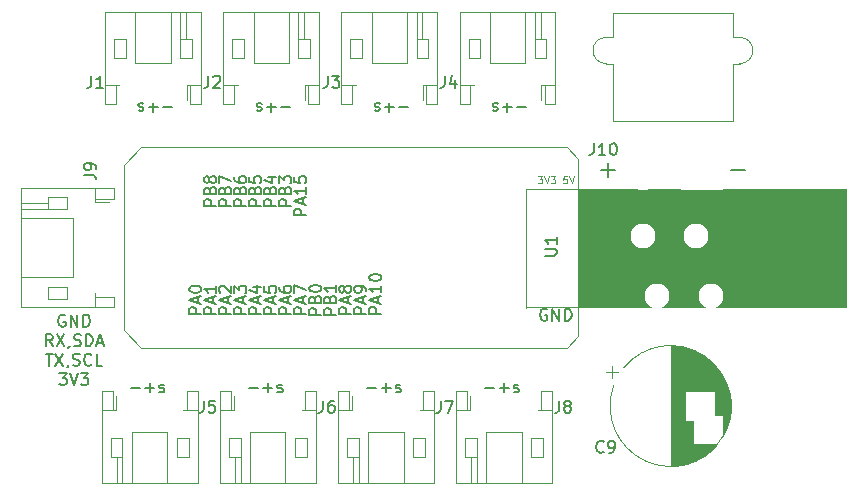
<source format=gto>
G04 #@! TF.GenerationSoftware,KiCad,Pcbnew,(5.1.5)-3*
G04 #@! TF.CreationDate,2020-11-13T22:42:07+09:00*
G04 #@! TF.ProjectId,shield_servo_adc_sw_gpio_led,73686965-6c64-45f7-9365-72766f5f6164,rev?*
G04 #@! TF.SameCoordinates,PXb532b80PY717cbc0*
G04 #@! TF.FileFunction,Legend,Top*
G04 #@! TF.FilePolarity,Positive*
%FSLAX46Y46*%
G04 Gerber Fmt 4.6, Leading zero omitted, Abs format (unit mm)*
G04 Created by KiCad (PCBNEW (5.1.5)-3) date 2020-11-13 22:42:07*
%MOMM*%
%LPD*%
G04 APERTURE LIST*
%ADD10C,0.100000*%
%ADD11C,2.000000*%
%ADD12C,2.500000*%
%ADD13C,0.150000*%
%ADD14C,0.120000*%
%ADD15C,3.302000*%
%ADD16C,2.112000*%
%ADD17C,1.102000*%
%ADD18C,3.602000*%
%ADD19R,3.602000X3.602000*%
%ADD20C,1.502000*%
%ADD21O,1.852000X1.302000*%
%ADD22O,1.302000X1.852000*%
%ADD23C,2.102000*%
%ADD24R,2.102000X2.102000*%
G04 APERTURE END LIST*
D10*
G36*
X70000000Y-25000000D02*
G01*
X47300000Y-25000000D01*
X47300000Y-15000000D01*
X70000000Y-15000000D01*
X70000000Y-25000000D01*
G37*
X70000000Y-25000000D02*
X47300000Y-25000000D01*
X47300000Y-15000000D01*
X70000000Y-15000000D01*
X70000000Y-25000000D01*
D11*
D12*
D13*
X12904761Y-8128571D02*
X12142857Y-8128571D01*
X11666666Y-8128571D02*
X10904761Y-8128571D01*
X11285714Y-7747619D02*
X11285714Y-8509523D01*
X10476190Y-7795238D02*
X10380952Y-7747619D01*
X10190476Y-7747619D01*
X10095238Y-7795238D01*
X10047619Y-7890476D01*
X10047619Y-7938095D01*
X10095238Y-8033333D01*
X10190476Y-8080952D01*
X10333333Y-8080952D01*
X10428571Y-8128571D01*
X10476190Y-8223809D01*
X10476190Y-8271428D01*
X10428571Y-8366666D01*
X10333333Y-8414285D01*
X10190476Y-8414285D01*
X10095238Y-8366666D01*
X22904761Y-8128571D02*
X22142857Y-8128571D01*
X21666666Y-8128571D02*
X20904761Y-8128571D01*
X21285714Y-7747619D02*
X21285714Y-8509523D01*
X20476190Y-7795238D02*
X20380952Y-7747619D01*
X20190476Y-7747619D01*
X20095238Y-7795238D01*
X20047619Y-7890476D01*
X20047619Y-7938095D01*
X20095238Y-8033333D01*
X20190476Y-8080952D01*
X20333333Y-8080952D01*
X20428571Y-8128571D01*
X20476190Y-8223809D01*
X20476190Y-8271428D01*
X20428571Y-8366666D01*
X20333333Y-8414285D01*
X20190476Y-8414285D01*
X20095238Y-8366666D01*
X32904761Y-8128571D02*
X32142857Y-8128571D01*
X31666666Y-8128571D02*
X30904761Y-8128571D01*
X31285714Y-7747619D02*
X31285714Y-8509523D01*
X30476190Y-7795238D02*
X30380952Y-7747619D01*
X30190476Y-7747619D01*
X30095238Y-7795238D01*
X30047619Y-7890476D01*
X30047619Y-7938095D01*
X30095238Y-8033333D01*
X30190476Y-8080952D01*
X30333333Y-8080952D01*
X30428571Y-8128571D01*
X30476190Y-8223809D01*
X30476190Y-8271428D01*
X30428571Y-8366666D01*
X30333333Y-8414285D01*
X30190476Y-8414285D01*
X30095238Y-8366666D01*
X42904761Y-8128571D02*
X42142857Y-8128571D01*
X41666666Y-8128571D02*
X40904761Y-8128571D01*
X41285714Y-7747619D02*
X41285714Y-8509523D01*
X40476190Y-7795238D02*
X40380952Y-7747619D01*
X40190476Y-7747619D01*
X40095238Y-7795238D01*
X40047619Y-7890476D01*
X40047619Y-7938095D01*
X40095238Y-8033333D01*
X40190476Y-8080952D01*
X40333333Y-8080952D01*
X40428571Y-8128571D01*
X40476190Y-8223809D01*
X40476190Y-8271428D01*
X40428571Y-8366666D01*
X40333333Y-8414285D01*
X40190476Y-8414285D01*
X40095238Y-8366666D01*
X39395238Y-31871428D02*
X40157142Y-31871428D01*
X40633333Y-31871428D02*
X41395238Y-31871428D01*
X41014285Y-32252380D02*
X41014285Y-31490476D01*
X41823809Y-32204761D02*
X41919047Y-32252380D01*
X42109523Y-32252380D01*
X42204761Y-32204761D01*
X42252380Y-32109523D01*
X42252380Y-32061904D01*
X42204761Y-31966666D01*
X42109523Y-31919047D01*
X41966666Y-31919047D01*
X41871428Y-31871428D01*
X41823809Y-31776190D01*
X41823809Y-31728571D01*
X41871428Y-31633333D01*
X41966666Y-31585714D01*
X42109523Y-31585714D01*
X42204761Y-31633333D01*
X29395238Y-31871428D02*
X30157142Y-31871428D01*
X30633333Y-31871428D02*
X31395238Y-31871428D01*
X31014285Y-32252380D02*
X31014285Y-31490476D01*
X31823809Y-32204761D02*
X31919047Y-32252380D01*
X32109523Y-32252380D01*
X32204761Y-32204761D01*
X32252380Y-32109523D01*
X32252380Y-32061904D01*
X32204761Y-31966666D01*
X32109523Y-31919047D01*
X31966666Y-31919047D01*
X31871428Y-31871428D01*
X31823809Y-31776190D01*
X31823809Y-31728571D01*
X31871428Y-31633333D01*
X31966666Y-31585714D01*
X32109523Y-31585714D01*
X32204761Y-31633333D01*
X19395238Y-31871428D02*
X20157142Y-31871428D01*
X20633333Y-31871428D02*
X21395238Y-31871428D01*
X21014285Y-32252380D02*
X21014285Y-31490476D01*
X21823809Y-32204761D02*
X21919047Y-32252380D01*
X22109523Y-32252380D01*
X22204761Y-32204761D01*
X22252380Y-32109523D01*
X22252380Y-32061904D01*
X22204761Y-31966666D01*
X22109523Y-31919047D01*
X21966666Y-31919047D01*
X21871428Y-31871428D01*
X21823809Y-31776190D01*
X21823809Y-31728571D01*
X21871428Y-31633333D01*
X21966666Y-31585714D01*
X22109523Y-31585714D01*
X22204761Y-31633333D01*
X9395238Y-31871428D02*
X10157142Y-31871428D01*
X10633333Y-31871428D02*
X11395238Y-31871428D01*
X11014285Y-32252380D02*
X11014285Y-31490476D01*
X11823809Y-32204761D02*
X11919047Y-32252380D01*
X12109523Y-32252380D01*
X12204761Y-32204761D01*
X12252380Y-32109523D01*
X12252380Y-32061904D01*
X12204761Y-31966666D01*
X12109523Y-31919047D01*
X11966666Y-31919047D01*
X11871428Y-31871428D01*
X11823809Y-31776190D01*
X11823809Y-31728571D01*
X11871428Y-31633333D01*
X11966666Y-31585714D01*
X12109523Y-31585714D01*
X12204761Y-31633333D01*
X3838095Y-25725000D02*
X3742857Y-25677380D01*
X3600000Y-25677380D01*
X3457142Y-25725000D01*
X3361904Y-25820238D01*
X3314285Y-25915476D01*
X3266666Y-26105952D01*
X3266666Y-26248809D01*
X3314285Y-26439285D01*
X3361904Y-26534523D01*
X3457142Y-26629761D01*
X3600000Y-26677380D01*
X3695238Y-26677380D01*
X3838095Y-26629761D01*
X3885714Y-26582142D01*
X3885714Y-26248809D01*
X3695238Y-26248809D01*
X4314285Y-26677380D02*
X4314285Y-25677380D01*
X4885714Y-26677380D01*
X4885714Y-25677380D01*
X5361904Y-26677380D02*
X5361904Y-25677380D01*
X5600000Y-25677380D01*
X5742857Y-25725000D01*
X5838095Y-25820238D01*
X5885714Y-25915476D01*
X5933333Y-26105952D01*
X5933333Y-26248809D01*
X5885714Y-26439285D01*
X5838095Y-26534523D01*
X5742857Y-26629761D01*
X5600000Y-26677380D01*
X5361904Y-26677380D01*
X2790476Y-28327380D02*
X2457142Y-27851190D01*
X2219047Y-28327380D02*
X2219047Y-27327380D01*
X2600000Y-27327380D01*
X2695238Y-27375000D01*
X2742857Y-27422619D01*
X2790476Y-27517857D01*
X2790476Y-27660714D01*
X2742857Y-27755952D01*
X2695238Y-27803571D01*
X2600000Y-27851190D01*
X2219047Y-27851190D01*
X3123809Y-27327380D02*
X3790476Y-28327380D01*
X3790476Y-27327380D02*
X3123809Y-28327380D01*
X4219047Y-28279761D02*
X4219047Y-28327380D01*
X4171428Y-28422619D01*
X4123809Y-28470238D01*
X4600000Y-28279761D02*
X4742857Y-28327380D01*
X4980952Y-28327380D01*
X5076190Y-28279761D01*
X5123809Y-28232142D01*
X5171428Y-28136904D01*
X5171428Y-28041666D01*
X5123809Y-27946428D01*
X5076190Y-27898809D01*
X4980952Y-27851190D01*
X4790476Y-27803571D01*
X4695238Y-27755952D01*
X4647619Y-27708333D01*
X4600000Y-27613095D01*
X4600000Y-27517857D01*
X4647619Y-27422619D01*
X4695238Y-27375000D01*
X4790476Y-27327380D01*
X5028571Y-27327380D01*
X5171428Y-27375000D01*
X5600000Y-28327380D02*
X5600000Y-27327380D01*
X5838095Y-27327380D01*
X5980952Y-27375000D01*
X6076190Y-27470238D01*
X6123809Y-27565476D01*
X6171428Y-27755952D01*
X6171428Y-27898809D01*
X6123809Y-28089285D01*
X6076190Y-28184523D01*
X5980952Y-28279761D01*
X5838095Y-28327380D01*
X5600000Y-28327380D01*
X6552380Y-28041666D02*
X7028571Y-28041666D01*
X6457142Y-28327380D02*
X6790476Y-27327380D01*
X7123809Y-28327380D01*
X2219047Y-28977380D02*
X2790476Y-28977380D01*
X2504761Y-29977380D02*
X2504761Y-28977380D01*
X3028571Y-28977380D02*
X3695238Y-29977380D01*
X3695238Y-28977380D02*
X3028571Y-29977380D01*
X4123809Y-29929761D02*
X4123809Y-29977380D01*
X4076190Y-30072619D01*
X4028571Y-30120238D01*
X4504761Y-29929761D02*
X4647619Y-29977380D01*
X4885714Y-29977380D01*
X4980952Y-29929761D01*
X5028571Y-29882142D01*
X5076190Y-29786904D01*
X5076190Y-29691666D01*
X5028571Y-29596428D01*
X4980952Y-29548809D01*
X4885714Y-29501190D01*
X4695238Y-29453571D01*
X4600000Y-29405952D01*
X4552380Y-29358333D01*
X4504761Y-29263095D01*
X4504761Y-29167857D01*
X4552380Y-29072619D01*
X4600000Y-29025000D01*
X4695238Y-28977380D01*
X4933333Y-28977380D01*
X5076190Y-29025000D01*
X6076190Y-29882142D02*
X6028571Y-29929761D01*
X5885714Y-29977380D01*
X5790476Y-29977380D01*
X5647619Y-29929761D01*
X5552380Y-29834523D01*
X5504761Y-29739285D01*
X5457142Y-29548809D01*
X5457142Y-29405952D01*
X5504761Y-29215476D01*
X5552380Y-29120238D01*
X5647619Y-29025000D01*
X5790476Y-28977380D01*
X5885714Y-28977380D01*
X6028571Y-29025000D01*
X6076190Y-29072619D01*
X6980952Y-29977380D02*
X6504761Y-29977380D01*
X6504761Y-28977380D01*
X3361904Y-30627380D02*
X3980952Y-30627380D01*
X3647619Y-31008333D01*
X3790476Y-31008333D01*
X3885714Y-31055952D01*
X3933333Y-31103571D01*
X3980952Y-31198809D01*
X3980952Y-31436904D01*
X3933333Y-31532142D01*
X3885714Y-31579761D01*
X3790476Y-31627380D01*
X3504761Y-31627380D01*
X3409523Y-31579761D01*
X3361904Y-31532142D01*
X4266666Y-30627380D02*
X4600000Y-31627380D01*
X4933333Y-30627380D01*
X5171428Y-30627380D02*
X5790476Y-30627380D01*
X5457142Y-31008333D01*
X5600000Y-31008333D01*
X5695238Y-31055952D01*
X5742857Y-31103571D01*
X5790476Y-31198809D01*
X5790476Y-31436904D01*
X5742857Y-31532142D01*
X5695238Y-31579761D01*
X5600000Y-31627380D01*
X5314285Y-31627380D01*
X5219047Y-31579761D01*
X5171428Y-31532142D01*
D14*
X42850000Y-25000000D02*
X47300000Y-25000000D01*
X42850000Y-15000000D02*
X42850000Y-25080000D01*
X47300000Y-15000000D02*
X42850000Y-15000000D01*
X10300000Y-11500000D02*
X8800000Y-13000000D01*
X46300000Y-11500000D02*
X10300000Y-11500000D01*
X47300000Y-12500000D02*
X46300000Y-11500000D01*
X47300000Y-27500000D02*
X47300000Y-12500000D01*
X46300000Y-28500000D02*
X47300000Y-27500000D01*
X10300000Y-28500000D02*
X46300000Y-28500000D01*
X8800000Y-27000000D02*
X10300000Y-28500000D01*
X8800000Y-13000000D02*
X8800000Y-27000000D01*
X60950000Y-2190000D02*
G75*
G02X60950000Y-4410000I0J-1110000D01*
G01*
X49650000Y-4410000D02*
G75*
G02X49650000Y-2190000I0J1110000D01*
G01*
X60360000Y-90000D02*
X60360000Y-2190000D01*
X49650000Y-4410000D02*
X50240000Y-4410000D01*
X49650000Y-2190000D02*
X50240000Y-2190000D01*
X60360000Y-2190000D02*
X60950000Y-2190000D01*
X60360000Y-4410000D02*
X60950000Y-4410000D01*
X60360000Y-4410000D02*
X60360000Y-9310000D01*
X50240000Y-90000D02*
X50240000Y-2190000D01*
X50240000Y-4410000D02*
X50240000Y-9310000D01*
X50240000Y-9310000D02*
X60360000Y-9310000D01*
X50240000Y-90000D02*
X60360000Y-90000D01*
X6360000Y-16140000D02*
X7575000Y-16140000D01*
X2400000Y-16200000D02*
X140000Y-16200000D01*
X2400000Y-16700000D02*
X140000Y-16700000D01*
X4000000Y-23300000D02*
X4000000Y-24300000D01*
X2400000Y-23300000D02*
X4000000Y-23300000D01*
X2400000Y-24300000D02*
X2400000Y-23300000D01*
X4000000Y-24300000D02*
X2400000Y-24300000D01*
X4000000Y-16700000D02*
X4000000Y-15700000D01*
X2400000Y-16700000D02*
X4000000Y-16700000D01*
X2400000Y-15700000D02*
X2400000Y-16700000D01*
X4000000Y-15700000D02*
X2400000Y-15700000D01*
X6360000Y-25060000D02*
X6360000Y-24140000D01*
X6360000Y-14940000D02*
X6360000Y-15860000D01*
X4500000Y-22500000D02*
X140000Y-22500000D01*
X4500000Y-17500000D02*
X4500000Y-22500000D01*
X140000Y-17500000D02*
X4500000Y-17500000D01*
X6360000Y-24140000D02*
X6360000Y-23860000D01*
X7960000Y-24140000D02*
X6360000Y-24140000D01*
X7960000Y-25060000D02*
X7960000Y-24140000D01*
X140000Y-25060000D02*
X7960000Y-25060000D01*
X140000Y-14940000D02*
X140000Y-25060000D01*
X7960000Y-14940000D02*
X140000Y-14940000D01*
X7960000Y-15860000D02*
X7960000Y-14940000D01*
X6360000Y-15860000D02*
X7960000Y-15860000D01*
X6360000Y-16140000D02*
X6360000Y-15860000D01*
X38140000Y-33740000D02*
X38140000Y-32525000D01*
X38200000Y-37700000D02*
X38200000Y-39960000D01*
X38700000Y-37700000D02*
X38700000Y-39960000D01*
X43300000Y-36100000D02*
X44300000Y-36100000D01*
X43300000Y-37700000D02*
X43300000Y-36100000D01*
X44300000Y-37700000D02*
X43300000Y-37700000D01*
X44300000Y-36100000D02*
X44300000Y-37700000D01*
X38700000Y-36100000D02*
X37700000Y-36100000D01*
X38700000Y-37700000D02*
X38700000Y-36100000D01*
X37700000Y-37700000D02*
X38700000Y-37700000D01*
X37700000Y-36100000D02*
X37700000Y-37700000D01*
X45060000Y-33740000D02*
X44140000Y-33740000D01*
X36940000Y-33740000D02*
X37860000Y-33740000D01*
X42500000Y-35600000D02*
X42500000Y-39960000D01*
X39500000Y-35600000D02*
X42500000Y-35600000D01*
X39500000Y-39960000D02*
X39500000Y-35600000D01*
X44140000Y-33740000D02*
X43860000Y-33740000D01*
X44140000Y-32140000D02*
X44140000Y-33740000D01*
X45060000Y-32140000D02*
X44140000Y-32140000D01*
X45060000Y-39960000D02*
X45060000Y-32140000D01*
X36940000Y-39960000D02*
X45060000Y-39960000D01*
X36940000Y-32140000D02*
X36940000Y-39960000D01*
X37860000Y-32140000D02*
X36940000Y-32140000D01*
X37860000Y-33740000D02*
X37860000Y-32140000D01*
X38140000Y-33740000D02*
X37860000Y-33740000D01*
X28140000Y-33740000D02*
X28140000Y-32525000D01*
X28200000Y-37700000D02*
X28200000Y-39960000D01*
X28700000Y-37700000D02*
X28700000Y-39960000D01*
X33300000Y-36100000D02*
X34300000Y-36100000D01*
X33300000Y-37700000D02*
X33300000Y-36100000D01*
X34300000Y-37700000D02*
X33300000Y-37700000D01*
X34300000Y-36100000D02*
X34300000Y-37700000D01*
X28700000Y-36100000D02*
X27700000Y-36100000D01*
X28700000Y-37700000D02*
X28700000Y-36100000D01*
X27700000Y-37700000D02*
X28700000Y-37700000D01*
X27700000Y-36100000D02*
X27700000Y-37700000D01*
X35060000Y-33740000D02*
X34140000Y-33740000D01*
X26940000Y-33740000D02*
X27860000Y-33740000D01*
X32500000Y-35600000D02*
X32500000Y-39960000D01*
X29500000Y-35600000D02*
X32500000Y-35600000D01*
X29500000Y-39960000D02*
X29500000Y-35600000D01*
X34140000Y-33740000D02*
X33860000Y-33740000D01*
X34140000Y-32140000D02*
X34140000Y-33740000D01*
X35060000Y-32140000D02*
X34140000Y-32140000D01*
X35060000Y-39960000D02*
X35060000Y-32140000D01*
X26940000Y-39960000D02*
X35060000Y-39960000D01*
X26940000Y-32140000D02*
X26940000Y-39960000D01*
X27860000Y-32140000D02*
X26940000Y-32140000D01*
X27860000Y-33740000D02*
X27860000Y-32140000D01*
X28140000Y-33740000D02*
X27860000Y-33740000D01*
X18140000Y-33740000D02*
X18140000Y-32525000D01*
X18200000Y-37700000D02*
X18200000Y-39960000D01*
X18700000Y-37700000D02*
X18700000Y-39960000D01*
X23300000Y-36100000D02*
X24300000Y-36100000D01*
X23300000Y-37700000D02*
X23300000Y-36100000D01*
X24300000Y-37700000D02*
X23300000Y-37700000D01*
X24300000Y-36100000D02*
X24300000Y-37700000D01*
X18700000Y-36100000D02*
X17700000Y-36100000D01*
X18700000Y-37700000D02*
X18700000Y-36100000D01*
X17700000Y-37700000D02*
X18700000Y-37700000D01*
X17700000Y-36100000D02*
X17700000Y-37700000D01*
X25060000Y-33740000D02*
X24140000Y-33740000D01*
X16940000Y-33740000D02*
X17860000Y-33740000D01*
X22500000Y-35600000D02*
X22500000Y-39960000D01*
X19500000Y-35600000D02*
X22500000Y-35600000D01*
X19500000Y-39960000D02*
X19500000Y-35600000D01*
X24140000Y-33740000D02*
X23860000Y-33740000D01*
X24140000Y-32140000D02*
X24140000Y-33740000D01*
X25060000Y-32140000D02*
X24140000Y-32140000D01*
X25060000Y-39960000D02*
X25060000Y-32140000D01*
X16940000Y-39960000D02*
X25060000Y-39960000D01*
X16940000Y-32140000D02*
X16940000Y-39960000D01*
X17860000Y-32140000D02*
X16940000Y-32140000D01*
X17860000Y-33740000D02*
X17860000Y-32140000D01*
X18140000Y-33740000D02*
X17860000Y-33740000D01*
X8140000Y-33740000D02*
X8140000Y-32525000D01*
X8200000Y-37700000D02*
X8200000Y-39960000D01*
X8700000Y-37700000D02*
X8700000Y-39960000D01*
X13300000Y-36100000D02*
X14300000Y-36100000D01*
X13300000Y-37700000D02*
X13300000Y-36100000D01*
X14300000Y-37700000D02*
X13300000Y-37700000D01*
X14300000Y-36100000D02*
X14300000Y-37700000D01*
X8700000Y-36100000D02*
X7700000Y-36100000D01*
X8700000Y-37700000D02*
X8700000Y-36100000D01*
X7700000Y-37700000D02*
X8700000Y-37700000D01*
X7700000Y-36100000D02*
X7700000Y-37700000D01*
X15060000Y-33740000D02*
X14140000Y-33740000D01*
X6940000Y-33740000D02*
X7860000Y-33740000D01*
X12500000Y-35600000D02*
X12500000Y-39960000D01*
X9500000Y-35600000D02*
X12500000Y-35600000D01*
X9500000Y-39960000D02*
X9500000Y-35600000D01*
X14140000Y-33740000D02*
X13860000Y-33740000D01*
X14140000Y-32140000D02*
X14140000Y-33740000D01*
X15060000Y-32140000D02*
X14140000Y-32140000D01*
X15060000Y-39960000D02*
X15060000Y-32140000D01*
X6940000Y-39960000D02*
X15060000Y-39960000D01*
X6940000Y-32140000D02*
X6940000Y-39960000D01*
X7860000Y-32140000D02*
X6940000Y-32140000D01*
X7860000Y-33740000D02*
X7860000Y-32140000D01*
X8140000Y-33740000D02*
X7860000Y-33740000D01*
X44160000Y-6260000D02*
X44440000Y-6260000D01*
X44440000Y-6260000D02*
X44440000Y-7860000D01*
X44440000Y-7860000D02*
X45360000Y-7860000D01*
X45360000Y-7860000D02*
X45360000Y-40000D01*
X45360000Y-40000D02*
X37240000Y-40000D01*
X37240000Y-40000D02*
X37240000Y-7860000D01*
X37240000Y-7860000D02*
X38160000Y-7860000D01*
X38160000Y-7860000D02*
X38160000Y-6260000D01*
X38160000Y-6260000D02*
X38440000Y-6260000D01*
X42800000Y-40000D02*
X42800000Y-4400000D01*
X42800000Y-4400000D02*
X39800000Y-4400000D01*
X39800000Y-4400000D02*
X39800000Y-40000D01*
X45360000Y-6260000D02*
X44440000Y-6260000D01*
X37240000Y-6260000D02*
X38160000Y-6260000D01*
X44600000Y-3900000D02*
X44600000Y-2300000D01*
X44600000Y-2300000D02*
X43600000Y-2300000D01*
X43600000Y-2300000D02*
X43600000Y-3900000D01*
X43600000Y-3900000D02*
X44600000Y-3900000D01*
X38000000Y-3900000D02*
X38000000Y-2300000D01*
X38000000Y-2300000D02*
X39000000Y-2300000D01*
X39000000Y-2300000D02*
X39000000Y-3900000D01*
X39000000Y-3900000D02*
X38000000Y-3900000D01*
X43600000Y-2300000D02*
X43600000Y-40000D01*
X44100000Y-2300000D02*
X44100000Y-40000D01*
X44160000Y-6260000D02*
X44160000Y-7475000D01*
X34160000Y-6260000D02*
X34160000Y-7475000D01*
X34100000Y-2300000D02*
X34100000Y-40000D01*
X33600000Y-2300000D02*
X33600000Y-40000D01*
X29000000Y-3900000D02*
X28000000Y-3900000D01*
X29000000Y-2300000D02*
X29000000Y-3900000D01*
X28000000Y-2300000D02*
X29000000Y-2300000D01*
X28000000Y-3900000D02*
X28000000Y-2300000D01*
X33600000Y-3900000D02*
X34600000Y-3900000D01*
X33600000Y-2300000D02*
X33600000Y-3900000D01*
X34600000Y-2300000D02*
X33600000Y-2300000D01*
X34600000Y-3900000D02*
X34600000Y-2300000D01*
X27240000Y-6260000D02*
X28160000Y-6260000D01*
X35360000Y-6260000D02*
X34440000Y-6260000D01*
X29800000Y-4400000D02*
X29800000Y-40000D01*
X32800000Y-4400000D02*
X29800000Y-4400000D01*
X32800000Y-40000D02*
X32800000Y-4400000D01*
X28160000Y-6260000D02*
X28440000Y-6260000D01*
X28160000Y-7860000D02*
X28160000Y-6260000D01*
X27240000Y-7860000D02*
X28160000Y-7860000D01*
X27240000Y-40000D02*
X27240000Y-7860000D01*
X35360000Y-40000D02*
X27240000Y-40000D01*
X35360000Y-7860000D02*
X35360000Y-40000D01*
X34440000Y-7860000D02*
X35360000Y-7860000D01*
X34440000Y-6260000D02*
X34440000Y-7860000D01*
X34160000Y-6260000D02*
X34440000Y-6260000D01*
X24160000Y-6260000D02*
X24160000Y-7475000D01*
X24100000Y-2300000D02*
X24100000Y-40000D01*
X23600000Y-2300000D02*
X23600000Y-40000D01*
X19000000Y-3900000D02*
X18000000Y-3900000D01*
X19000000Y-2300000D02*
X19000000Y-3900000D01*
X18000000Y-2300000D02*
X19000000Y-2300000D01*
X18000000Y-3900000D02*
X18000000Y-2300000D01*
X23600000Y-3900000D02*
X24600000Y-3900000D01*
X23600000Y-2300000D02*
X23600000Y-3900000D01*
X24600000Y-2300000D02*
X23600000Y-2300000D01*
X24600000Y-3900000D02*
X24600000Y-2300000D01*
X17240000Y-6260000D02*
X18160000Y-6260000D01*
X25360000Y-6260000D02*
X24440000Y-6260000D01*
X19800000Y-4400000D02*
X19800000Y-40000D01*
X22800000Y-4400000D02*
X19800000Y-4400000D01*
X22800000Y-40000D02*
X22800000Y-4400000D01*
X18160000Y-6260000D02*
X18440000Y-6260000D01*
X18160000Y-7860000D02*
X18160000Y-6260000D01*
X17240000Y-7860000D02*
X18160000Y-7860000D01*
X17240000Y-40000D02*
X17240000Y-7860000D01*
X25360000Y-40000D02*
X17240000Y-40000D01*
X25360000Y-7860000D02*
X25360000Y-40000D01*
X24440000Y-7860000D02*
X25360000Y-7860000D01*
X24440000Y-6260000D02*
X24440000Y-7860000D01*
X24160000Y-6260000D02*
X24440000Y-6260000D01*
X14160000Y-6260000D02*
X14160000Y-7475000D01*
X14100000Y-2300000D02*
X14100000Y-40000D01*
X13600000Y-2300000D02*
X13600000Y-40000D01*
X9000000Y-3900000D02*
X8000000Y-3900000D01*
X9000000Y-2300000D02*
X9000000Y-3900000D01*
X8000000Y-2300000D02*
X9000000Y-2300000D01*
X8000000Y-3900000D02*
X8000000Y-2300000D01*
X13600000Y-3900000D02*
X14600000Y-3900000D01*
X13600000Y-2300000D02*
X13600000Y-3900000D01*
X14600000Y-2300000D02*
X13600000Y-2300000D01*
X14600000Y-3900000D02*
X14600000Y-2300000D01*
X7240000Y-6260000D02*
X8160000Y-6260000D01*
X15360000Y-6260000D02*
X14440000Y-6260000D01*
X9800000Y-4400000D02*
X9800000Y-40000D01*
X12800000Y-4400000D02*
X9800000Y-4400000D01*
X12800000Y-40000D02*
X12800000Y-4400000D01*
X8160000Y-6260000D02*
X8440000Y-6260000D01*
X8160000Y-7860000D02*
X8160000Y-6260000D01*
X7240000Y-7860000D02*
X8160000Y-7860000D01*
X7240000Y-40000D02*
X7240000Y-7860000D01*
X15360000Y-40000D02*
X7240000Y-40000D01*
X15360000Y-7860000D02*
X15360000Y-40000D01*
X14440000Y-7860000D02*
X15360000Y-7860000D01*
X14440000Y-6260000D02*
X14440000Y-7860000D01*
X14160000Y-6260000D02*
X14440000Y-6260000D01*
X50120354Y-30025000D02*
X50120354Y-31025000D01*
X49620354Y-30525000D02*
X50620354Y-30525000D01*
X60181000Y-32801000D02*
X60181000Y-33999000D01*
X60141000Y-32538000D02*
X60141000Y-34262000D01*
X60101000Y-32338000D02*
X60101000Y-34462000D01*
X60061000Y-32170000D02*
X60061000Y-34630000D01*
X60021000Y-32022000D02*
X60021000Y-34778000D01*
X59981000Y-31890000D02*
X59981000Y-34910000D01*
X59941000Y-31770000D02*
X59941000Y-35030000D01*
X59901000Y-31658000D02*
X59901000Y-35142000D01*
X59861000Y-31554000D02*
X59861000Y-35246000D01*
X59821000Y-31456000D02*
X59821000Y-35344000D01*
X59781000Y-31363000D02*
X59781000Y-35437000D01*
X59741000Y-31275000D02*
X59741000Y-35525000D01*
X59701000Y-31191000D02*
X59701000Y-35609000D01*
X59661000Y-31111000D02*
X59661000Y-35689000D01*
X59621000Y-31035000D02*
X59621000Y-35765000D01*
X59581000Y-30961000D02*
X59581000Y-35839000D01*
X59541000Y-30890000D02*
X59541000Y-35910000D01*
X59501000Y-30821000D02*
X59501000Y-34160000D01*
X59461000Y-30755000D02*
X59461000Y-34160000D01*
X59421000Y-30691000D02*
X59421000Y-34160000D01*
X59381000Y-30630000D02*
X59381000Y-34160000D01*
X59341000Y-30570000D02*
X59341000Y-34160000D01*
X59301000Y-30511000D02*
X59301000Y-34160000D01*
X59261000Y-30455000D02*
X59261000Y-34160000D01*
X59221000Y-30400000D02*
X59221000Y-34160000D01*
X59181000Y-30346000D02*
X59181000Y-34160000D01*
X59141000Y-30294000D02*
X59141000Y-34160000D01*
X59101000Y-30244000D02*
X59101000Y-34160000D01*
X59061000Y-30194000D02*
X59061000Y-34160000D01*
X59021000Y-36640000D02*
X59021000Y-36654000D01*
X59021000Y-30146000D02*
X59021000Y-34160000D01*
X58981000Y-36640000D02*
X58981000Y-36701000D01*
X58981000Y-30099000D02*
X58981000Y-34160000D01*
X58941000Y-36640000D02*
X58941000Y-36747000D01*
X58941000Y-30053000D02*
X58941000Y-34160000D01*
X58901000Y-36640000D02*
X58901000Y-36792000D01*
X58901000Y-30008000D02*
X58901000Y-34160000D01*
X58861000Y-36640000D02*
X58861000Y-36836000D01*
X58861000Y-29964000D02*
X58861000Y-34160000D01*
X58821000Y-36640000D02*
X58821000Y-36878000D01*
X58821000Y-29922000D02*
X58821000Y-32159000D01*
X58781000Y-36640000D02*
X58781000Y-36920000D01*
X58781000Y-29880000D02*
X58781000Y-32159000D01*
X58741000Y-36640000D02*
X58741000Y-36961000D01*
X58741000Y-29839000D02*
X58741000Y-32159000D01*
X58701000Y-36640000D02*
X58701000Y-37001000D01*
X58701000Y-29799000D02*
X58701000Y-32159000D01*
X58661000Y-36640000D02*
X58661000Y-37040000D01*
X58661000Y-29760000D02*
X58661000Y-32159000D01*
X58621000Y-36640000D02*
X58621000Y-37079000D01*
X58621000Y-29721000D02*
X58621000Y-32159000D01*
X58581000Y-36640000D02*
X58581000Y-37116000D01*
X58581000Y-29684000D02*
X58581000Y-32159000D01*
X58541000Y-36640000D02*
X58541000Y-37153000D01*
X58541000Y-29647000D02*
X58541000Y-32159000D01*
X58501000Y-36640000D02*
X58501000Y-37189000D01*
X58501000Y-29611000D02*
X58501000Y-32159000D01*
X58461000Y-36640000D02*
X58461000Y-37224000D01*
X58461000Y-29576000D02*
X58461000Y-32159000D01*
X58421000Y-36640000D02*
X58421000Y-37258000D01*
X58421000Y-29542000D02*
X58421000Y-32159000D01*
X58381000Y-36640000D02*
X58381000Y-37292000D01*
X58381000Y-29508000D02*
X58381000Y-32159000D01*
X58341000Y-36640000D02*
X58341000Y-37325000D01*
X58341000Y-29475000D02*
X58341000Y-32159000D01*
X58301000Y-36640000D02*
X58301000Y-37357000D01*
X58301000Y-29443000D02*
X58301000Y-32159000D01*
X58261000Y-36640000D02*
X58261000Y-37389000D01*
X58261000Y-29411000D02*
X58261000Y-32159000D01*
X58221000Y-36640000D02*
X58221000Y-37420000D01*
X58221000Y-29380000D02*
X58221000Y-32159000D01*
X58181000Y-36640000D02*
X58181000Y-37450000D01*
X58181000Y-29350000D02*
X58181000Y-32159000D01*
X58141000Y-36640000D02*
X58141000Y-37480000D01*
X58141000Y-29320000D02*
X58141000Y-32159000D01*
X58101000Y-36640000D02*
X58101000Y-37510000D01*
X58101000Y-29290000D02*
X58101000Y-32159000D01*
X58061000Y-36640000D02*
X58061000Y-37538000D01*
X58061000Y-29262000D02*
X58061000Y-32159000D01*
X58021000Y-36640000D02*
X58021000Y-37566000D01*
X58021000Y-29234000D02*
X58021000Y-32159000D01*
X57981000Y-36640000D02*
X57981000Y-37594000D01*
X57981000Y-29206000D02*
X57981000Y-32159000D01*
X57941000Y-36640000D02*
X57941000Y-37621000D01*
X57941000Y-29179000D02*
X57941000Y-32159000D01*
X57901000Y-36640000D02*
X57901000Y-37647000D01*
X57901000Y-29153000D02*
X57901000Y-32159000D01*
X57861000Y-36640000D02*
X57861000Y-37673000D01*
X57861000Y-29127000D02*
X57861000Y-32159000D01*
X57821000Y-36640000D02*
X57821000Y-37698000D01*
X57821000Y-29102000D02*
X57821000Y-32159000D01*
X57781000Y-36640000D02*
X57781000Y-37723000D01*
X57781000Y-29077000D02*
X57781000Y-32159000D01*
X57741000Y-36640000D02*
X57741000Y-37747000D01*
X57741000Y-29053000D02*
X57741000Y-32159000D01*
X57701000Y-36640000D02*
X57701000Y-37771000D01*
X57701000Y-29029000D02*
X57701000Y-32159000D01*
X57661000Y-36640000D02*
X57661000Y-37795000D01*
X57661000Y-29005000D02*
X57661000Y-32159000D01*
X57621000Y-36640000D02*
X57621000Y-37817000D01*
X57621000Y-28983000D02*
X57621000Y-32159000D01*
X57581000Y-36640000D02*
X57581000Y-37840000D01*
X57581000Y-28960000D02*
X57581000Y-32159000D01*
X57541000Y-36640000D02*
X57541000Y-37862000D01*
X57541000Y-28938000D02*
X57541000Y-32159000D01*
X57501000Y-36640000D02*
X57501000Y-37883000D01*
X57501000Y-28917000D02*
X57501000Y-32159000D01*
X57461000Y-36640000D02*
X57461000Y-37904000D01*
X57461000Y-28896000D02*
X57461000Y-32159000D01*
X57421000Y-36640000D02*
X57421000Y-37925000D01*
X57421000Y-28875000D02*
X57421000Y-32159000D01*
X57381000Y-36640000D02*
X57381000Y-37945000D01*
X57381000Y-28855000D02*
X57381000Y-32159000D01*
X57341000Y-36640000D02*
X57341000Y-37964000D01*
X57341000Y-28836000D02*
X57341000Y-32159000D01*
X57301000Y-36640000D02*
X57301000Y-37984000D01*
X57301000Y-28816000D02*
X57301000Y-32159000D01*
X57261000Y-36640000D02*
X57261000Y-38003000D01*
X57261000Y-28797000D02*
X57261000Y-32159000D01*
X57221000Y-36640000D02*
X57221000Y-38021000D01*
X57221000Y-28779000D02*
X57221000Y-32159000D01*
X57181000Y-36640000D02*
X57181000Y-38039000D01*
X57181000Y-28761000D02*
X57181000Y-32159000D01*
X57141000Y-36640000D02*
X57141000Y-38057000D01*
X57141000Y-28743000D02*
X57141000Y-32159000D01*
X57101000Y-36640000D02*
X57101000Y-38074000D01*
X57101000Y-28726000D02*
X57101000Y-32159000D01*
X57061000Y-36640000D02*
X57061000Y-38090000D01*
X57061000Y-28710000D02*
X57061000Y-32159000D01*
X57021000Y-34641000D02*
X57021000Y-38107000D01*
X57021000Y-28693000D02*
X57021000Y-32159000D01*
X56981000Y-34641000D02*
X56981000Y-38123000D01*
X56981000Y-28677000D02*
X56981000Y-32159000D01*
X56941000Y-34641000D02*
X56941000Y-38138000D01*
X56941000Y-28662000D02*
X56941000Y-32159000D01*
X56901000Y-34641000D02*
X56901000Y-38154000D01*
X56901000Y-28646000D02*
X56901000Y-32159000D01*
X56861000Y-34641000D02*
X56861000Y-38168000D01*
X56861000Y-28632000D02*
X56861000Y-32159000D01*
X56821000Y-34641000D02*
X56821000Y-38183000D01*
X56821000Y-28617000D02*
X56821000Y-32159000D01*
X56781000Y-34641000D02*
X56781000Y-38197000D01*
X56781000Y-28603000D02*
X56781000Y-32159000D01*
X56741000Y-34641000D02*
X56741000Y-38211000D01*
X56741000Y-28589000D02*
X56741000Y-32159000D01*
X56701000Y-34641000D02*
X56701000Y-38224000D01*
X56701000Y-28576000D02*
X56701000Y-32159000D01*
X56661000Y-34641000D02*
X56661000Y-38237000D01*
X56661000Y-28563000D02*
X56661000Y-32159000D01*
X56621000Y-34641000D02*
X56621000Y-38250000D01*
X56621000Y-28550000D02*
X56621000Y-32159000D01*
X56581000Y-34641000D02*
X56581000Y-38262000D01*
X56581000Y-28538000D02*
X56581000Y-32159000D01*
X56541000Y-34641000D02*
X56541000Y-38274000D01*
X56541000Y-28526000D02*
X56541000Y-32159000D01*
X56501000Y-34641000D02*
X56501000Y-38285000D01*
X56501000Y-28515000D02*
X56501000Y-32159000D01*
X56461000Y-34641000D02*
X56461000Y-38297000D01*
X56461000Y-28503000D02*
X56461000Y-32159000D01*
X56421000Y-34641000D02*
X56421000Y-38307000D01*
X56421000Y-28493000D02*
X56421000Y-32159000D01*
X56381000Y-34641000D02*
X56381000Y-38318000D01*
X56381000Y-28482000D02*
X56381000Y-32159000D01*
X56341000Y-28472000D02*
X56341000Y-38328000D01*
X56301000Y-28462000D02*
X56301000Y-38338000D01*
X56261000Y-28453000D02*
X56261000Y-38347000D01*
X56221000Y-28444000D02*
X56221000Y-38356000D01*
X56181000Y-28435000D02*
X56181000Y-38365000D01*
X56141000Y-28426000D02*
X56141000Y-38374000D01*
X56101000Y-28418000D02*
X56101000Y-38382000D01*
X56061000Y-28410000D02*
X56061000Y-38390000D01*
X56021000Y-28403000D02*
X56021000Y-38397000D01*
X55981000Y-28396000D02*
X55981000Y-38404000D01*
X55941000Y-28389000D02*
X55941000Y-38411000D01*
X55901000Y-28382000D02*
X55901000Y-38418000D01*
X55861000Y-28376000D02*
X55861000Y-38424000D01*
X55821000Y-28370000D02*
X55821000Y-38430000D01*
X55780000Y-28365000D02*
X55780000Y-38435000D01*
X55740000Y-28360000D02*
X55740000Y-38440000D01*
X55700000Y-28355000D02*
X55700000Y-38445000D01*
X55660000Y-28350000D02*
X55660000Y-38450000D01*
X55620000Y-28346000D02*
X55620000Y-38454000D01*
X55580000Y-28342000D02*
X55580000Y-38458000D01*
X55540000Y-28338000D02*
X55540000Y-38462000D01*
X55500000Y-28335000D02*
X55500000Y-38465000D01*
X55460000Y-28332000D02*
X55460000Y-38468000D01*
X55420000Y-28330000D02*
X55420000Y-38470000D01*
X55380000Y-28327000D02*
X55380000Y-38473000D01*
X55340000Y-28325000D02*
X55340000Y-38475000D01*
X55300000Y-28323000D02*
X55300000Y-38477000D01*
X55260000Y-28322000D02*
X55260000Y-38478000D01*
X55220000Y-28321000D02*
X55220000Y-38479000D01*
X55180000Y-28320000D02*
X55180000Y-38480000D01*
X55140000Y-28320000D02*
X55140000Y-38480000D01*
X55100000Y-28320000D02*
X55100000Y-38480000D01*
X50275096Y-31686902D02*
G75*
G03X51151988Y-30140000I4824904J-1713098D01*
G01*
D13*
X44452380Y-20661904D02*
X45261904Y-20661904D01*
X45357142Y-20614285D01*
X45404761Y-20566666D01*
X45452380Y-20471428D01*
X45452380Y-20280952D01*
X45404761Y-20185714D01*
X45357142Y-20138095D01*
X45261904Y-20090476D01*
X44452380Y-20090476D01*
X45452380Y-19090476D02*
X45452380Y-19661904D01*
X45452380Y-19376190D02*
X44452380Y-19376190D01*
X44595238Y-19471428D01*
X44690476Y-19566666D01*
X44738095Y-19661904D01*
X44628095Y-25215000D02*
X44532857Y-25167380D01*
X44390000Y-25167380D01*
X44247142Y-25215000D01*
X44151904Y-25310238D01*
X44104285Y-25405476D01*
X44056666Y-25595952D01*
X44056666Y-25738809D01*
X44104285Y-25929285D01*
X44151904Y-26024523D01*
X44247142Y-26119761D01*
X44390000Y-26167380D01*
X44485238Y-26167380D01*
X44628095Y-26119761D01*
X44675714Y-26072142D01*
X44675714Y-25738809D01*
X44485238Y-25738809D01*
X45104285Y-26167380D02*
X45104285Y-25167380D01*
X45675714Y-26167380D01*
X45675714Y-25167380D01*
X46151904Y-26167380D02*
X46151904Y-25167380D01*
X46390000Y-25167380D01*
X46532857Y-25215000D01*
X46628095Y-25310238D01*
X46675714Y-25405476D01*
X46723333Y-25595952D01*
X46723333Y-25738809D01*
X46675714Y-25929285D01*
X46628095Y-26024523D01*
X46532857Y-26119761D01*
X46390000Y-26167380D01*
X46151904Y-26167380D01*
D14*
X43875714Y-13956428D02*
X44247142Y-13956428D01*
X44047142Y-14185000D01*
X44132857Y-14185000D01*
X44190000Y-14213571D01*
X44218571Y-14242142D01*
X44247142Y-14299285D01*
X44247142Y-14442142D01*
X44218571Y-14499285D01*
X44190000Y-14527857D01*
X44132857Y-14556428D01*
X43961428Y-14556428D01*
X43904285Y-14527857D01*
X43875714Y-14499285D01*
X44418571Y-13956428D02*
X44618571Y-14556428D01*
X44818571Y-13956428D01*
X44961428Y-13956428D02*
X45332857Y-13956428D01*
X45132857Y-14185000D01*
X45218571Y-14185000D01*
X45275714Y-14213571D01*
X45304285Y-14242142D01*
X45332857Y-14299285D01*
X45332857Y-14442142D01*
X45304285Y-14499285D01*
X45275714Y-14527857D01*
X45218571Y-14556428D01*
X45047142Y-14556428D01*
X44990000Y-14527857D01*
X44961428Y-14499285D01*
X46332857Y-13956428D02*
X46047142Y-13956428D01*
X46018571Y-14242142D01*
X46047142Y-14213571D01*
X46104285Y-14185000D01*
X46247142Y-14185000D01*
X46304285Y-14213571D01*
X46332857Y-14242142D01*
X46361428Y-14299285D01*
X46361428Y-14442142D01*
X46332857Y-14499285D01*
X46304285Y-14527857D01*
X46247142Y-14556428D01*
X46104285Y-14556428D01*
X46047142Y-14527857D01*
X46018571Y-14499285D01*
X46532857Y-13956428D02*
X46732857Y-14556428D01*
X46932857Y-13956428D01*
D13*
X16632380Y-16461785D02*
X15632380Y-16461785D01*
X15632380Y-16080833D01*
X15680000Y-15985595D01*
X15727619Y-15937976D01*
X15822857Y-15890357D01*
X15965714Y-15890357D01*
X16060952Y-15937976D01*
X16108571Y-15985595D01*
X16156190Y-16080833D01*
X16156190Y-16461785D01*
X16108571Y-15128452D02*
X16156190Y-14985595D01*
X16203809Y-14937976D01*
X16299047Y-14890357D01*
X16441904Y-14890357D01*
X16537142Y-14937976D01*
X16584761Y-14985595D01*
X16632380Y-15080833D01*
X16632380Y-15461785D01*
X15632380Y-15461785D01*
X15632380Y-15128452D01*
X15680000Y-15033214D01*
X15727619Y-14985595D01*
X15822857Y-14937976D01*
X15918095Y-14937976D01*
X16013333Y-14985595D01*
X16060952Y-15033214D01*
X16108571Y-15128452D01*
X16108571Y-15461785D01*
X16060952Y-14318928D02*
X16013333Y-14414166D01*
X15965714Y-14461785D01*
X15870476Y-14509404D01*
X15822857Y-14509404D01*
X15727619Y-14461785D01*
X15680000Y-14414166D01*
X15632380Y-14318928D01*
X15632380Y-14128452D01*
X15680000Y-14033214D01*
X15727619Y-13985595D01*
X15822857Y-13937976D01*
X15870476Y-13937976D01*
X15965714Y-13985595D01*
X16013333Y-14033214D01*
X16060952Y-14128452D01*
X16060952Y-14318928D01*
X16108571Y-14414166D01*
X16156190Y-14461785D01*
X16251428Y-14509404D01*
X16441904Y-14509404D01*
X16537142Y-14461785D01*
X16584761Y-14414166D01*
X16632380Y-14318928D01*
X16632380Y-14128452D01*
X16584761Y-14033214D01*
X16537142Y-13985595D01*
X16441904Y-13937976D01*
X16251428Y-13937976D01*
X16156190Y-13985595D01*
X16108571Y-14033214D01*
X16060952Y-14128452D01*
X17902380Y-16461785D02*
X16902380Y-16461785D01*
X16902380Y-16080833D01*
X16950000Y-15985595D01*
X16997619Y-15937976D01*
X17092857Y-15890357D01*
X17235714Y-15890357D01*
X17330952Y-15937976D01*
X17378571Y-15985595D01*
X17426190Y-16080833D01*
X17426190Y-16461785D01*
X17378571Y-15128452D02*
X17426190Y-14985595D01*
X17473809Y-14937976D01*
X17569047Y-14890357D01*
X17711904Y-14890357D01*
X17807142Y-14937976D01*
X17854761Y-14985595D01*
X17902380Y-15080833D01*
X17902380Y-15461785D01*
X16902380Y-15461785D01*
X16902380Y-15128452D01*
X16950000Y-15033214D01*
X16997619Y-14985595D01*
X17092857Y-14937976D01*
X17188095Y-14937976D01*
X17283333Y-14985595D01*
X17330952Y-15033214D01*
X17378571Y-15128452D01*
X17378571Y-15461785D01*
X16902380Y-14557023D02*
X16902380Y-13890357D01*
X17902380Y-14318928D01*
X19172380Y-16461785D02*
X18172380Y-16461785D01*
X18172380Y-16080833D01*
X18220000Y-15985595D01*
X18267619Y-15937976D01*
X18362857Y-15890357D01*
X18505714Y-15890357D01*
X18600952Y-15937976D01*
X18648571Y-15985595D01*
X18696190Y-16080833D01*
X18696190Y-16461785D01*
X18648571Y-15128452D02*
X18696190Y-14985595D01*
X18743809Y-14937976D01*
X18839047Y-14890357D01*
X18981904Y-14890357D01*
X19077142Y-14937976D01*
X19124761Y-14985595D01*
X19172380Y-15080833D01*
X19172380Y-15461785D01*
X18172380Y-15461785D01*
X18172380Y-15128452D01*
X18220000Y-15033214D01*
X18267619Y-14985595D01*
X18362857Y-14937976D01*
X18458095Y-14937976D01*
X18553333Y-14985595D01*
X18600952Y-15033214D01*
X18648571Y-15128452D01*
X18648571Y-15461785D01*
X18172380Y-14033214D02*
X18172380Y-14223690D01*
X18220000Y-14318928D01*
X18267619Y-14366547D01*
X18410476Y-14461785D01*
X18600952Y-14509404D01*
X18981904Y-14509404D01*
X19077142Y-14461785D01*
X19124761Y-14414166D01*
X19172380Y-14318928D01*
X19172380Y-14128452D01*
X19124761Y-14033214D01*
X19077142Y-13985595D01*
X18981904Y-13937976D01*
X18743809Y-13937976D01*
X18648571Y-13985595D01*
X18600952Y-14033214D01*
X18553333Y-14128452D01*
X18553333Y-14318928D01*
X18600952Y-14414166D01*
X18648571Y-14461785D01*
X18743809Y-14509404D01*
X20442380Y-16461785D02*
X19442380Y-16461785D01*
X19442380Y-16080833D01*
X19490000Y-15985595D01*
X19537619Y-15937976D01*
X19632857Y-15890357D01*
X19775714Y-15890357D01*
X19870952Y-15937976D01*
X19918571Y-15985595D01*
X19966190Y-16080833D01*
X19966190Y-16461785D01*
X19918571Y-15128452D02*
X19966190Y-14985595D01*
X20013809Y-14937976D01*
X20109047Y-14890357D01*
X20251904Y-14890357D01*
X20347142Y-14937976D01*
X20394761Y-14985595D01*
X20442380Y-15080833D01*
X20442380Y-15461785D01*
X19442380Y-15461785D01*
X19442380Y-15128452D01*
X19490000Y-15033214D01*
X19537619Y-14985595D01*
X19632857Y-14937976D01*
X19728095Y-14937976D01*
X19823333Y-14985595D01*
X19870952Y-15033214D01*
X19918571Y-15128452D01*
X19918571Y-15461785D01*
X19442380Y-13985595D02*
X19442380Y-14461785D01*
X19918571Y-14509404D01*
X19870952Y-14461785D01*
X19823333Y-14366547D01*
X19823333Y-14128452D01*
X19870952Y-14033214D01*
X19918571Y-13985595D01*
X20013809Y-13937976D01*
X20251904Y-13937976D01*
X20347142Y-13985595D01*
X20394761Y-14033214D01*
X20442380Y-14128452D01*
X20442380Y-14366547D01*
X20394761Y-14461785D01*
X20347142Y-14509404D01*
X21712380Y-16461785D02*
X20712380Y-16461785D01*
X20712380Y-16080833D01*
X20760000Y-15985595D01*
X20807619Y-15937976D01*
X20902857Y-15890357D01*
X21045714Y-15890357D01*
X21140952Y-15937976D01*
X21188571Y-15985595D01*
X21236190Y-16080833D01*
X21236190Y-16461785D01*
X21188571Y-15128452D02*
X21236190Y-14985595D01*
X21283809Y-14937976D01*
X21379047Y-14890357D01*
X21521904Y-14890357D01*
X21617142Y-14937976D01*
X21664761Y-14985595D01*
X21712380Y-15080833D01*
X21712380Y-15461785D01*
X20712380Y-15461785D01*
X20712380Y-15128452D01*
X20760000Y-15033214D01*
X20807619Y-14985595D01*
X20902857Y-14937976D01*
X20998095Y-14937976D01*
X21093333Y-14985595D01*
X21140952Y-15033214D01*
X21188571Y-15128452D01*
X21188571Y-15461785D01*
X21045714Y-14033214D02*
X21712380Y-14033214D01*
X20664761Y-14271309D02*
X21379047Y-14509404D01*
X21379047Y-13890357D01*
X22982380Y-16461785D02*
X21982380Y-16461785D01*
X21982380Y-16080833D01*
X22030000Y-15985595D01*
X22077619Y-15937976D01*
X22172857Y-15890357D01*
X22315714Y-15890357D01*
X22410952Y-15937976D01*
X22458571Y-15985595D01*
X22506190Y-16080833D01*
X22506190Y-16461785D01*
X22458571Y-15128452D02*
X22506190Y-14985595D01*
X22553809Y-14937976D01*
X22649047Y-14890357D01*
X22791904Y-14890357D01*
X22887142Y-14937976D01*
X22934761Y-14985595D01*
X22982380Y-15080833D01*
X22982380Y-15461785D01*
X21982380Y-15461785D01*
X21982380Y-15128452D01*
X22030000Y-15033214D01*
X22077619Y-14985595D01*
X22172857Y-14937976D01*
X22268095Y-14937976D01*
X22363333Y-14985595D01*
X22410952Y-15033214D01*
X22458571Y-15128452D01*
X22458571Y-15461785D01*
X21982380Y-14557023D02*
X21982380Y-13937976D01*
X22363333Y-14271309D01*
X22363333Y-14128452D01*
X22410952Y-14033214D01*
X22458571Y-13985595D01*
X22553809Y-13937976D01*
X22791904Y-13937976D01*
X22887142Y-13985595D01*
X22934761Y-14033214D01*
X22982380Y-14128452D01*
X22982380Y-14414166D01*
X22934761Y-14509404D01*
X22887142Y-14557023D01*
X24252380Y-17271309D02*
X23252380Y-17271309D01*
X23252380Y-16890357D01*
X23300000Y-16795119D01*
X23347619Y-16747500D01*
X23442857Y-16699880D01*
X23585714Y-16699880D01*
X23680952Y-16747500D01*
X23728571Y-16795119D01*
X23776190Y-16890357D01*
X23776190Y-17271309D01*
X23966666Y-16318928D02*
X23966666Y-15842738D01*
X24252380Y-16414166D02*
X23252380Y-16080833D01*
X24252380Y-15747500D01*
X24252380Y-14890357D02*
X24252380Y-15461785D01*
X24252380Y-15176071D02*
X23252380Y-15176071D01*
X23395238Y-15271309D01*
X23490476Y-15366547D01*
X23538095Y-15461785D01*
X23252380Y-13985595D02*
X23252380Y-14461785D01*
X23728571Y-14509404D01*
X23680952Y-14461785D01*
X23633333Y-14366547D01*
X23633333Y-14128452D01*
X23680952Y-14033214D01*
X23728571Y-13985595D01*
X23823809Y-13937976D01*
X24061904Y-13937976D01*
X24157142Y-13985595D01*
X24204761Y-14033214D01*
X24252380Y-14128452D01*
X24252380Y-14366547D01*
X24204761Y-14461785D01*
X24157142Y-14509404D01*
X30602380Y-25584404D02*
X29602380Y-25584404D01*
X29602380Y-25203452D01*
X29650000Y-25108214D01*
X29697619Y-25060595D01*
X29792857Y-25012976D01*
X29935714Y-25012976D01*
X30030952Y-25060595D01*
X30078571Y-25108214D01*
X30126190Y-25203452D01*
X30126190Y-25584404D01*
X30316666Y-24632023D02*
X30316666Y-24155833D01*
X30602380Y-24727261D02*
X29602380Y-24393928D01*
X30602380Y-24060595D01*
X30602380Y-23203452D02*
X30602380Y-23774880D01*
X30602380Y-23489166D02*
X29602380Y-23489166D01*
X29745238Y-23584404D01*
X29840476Y-23679642D01*
X29888095Y-23774880D01*
X29602380Y-22584404D02*
X29602380Y-22489166D01*
X29650000Y-22393928D01*
X29697619Y-22346309D01*
X29792857Y-22298690D01*
X29983333Y-22251071D01*
X30221428Y-22251071D01*
X30411904Y-22298690D01*
X30507142Y-22346309D01*
X30554761Y-22393928D01*
X30602380Y-22489166D01*
X30602380Y-22584404D01*
X30554761Y-22679642D01*
X30507142Y-22727261D01*
X30411904Y-22774880D01*
X30221428Y-22822500D01*
X29983333Y-22822500D01*
X29792857Y-22774880D01*
X29697619Y-22727261D01*
X29650000Y-22679642D01*
X29602380Y-22584404D01*
X29332380Y-25611666D02*
X28332380Y-25611666D01*
X28332380Y-25230714D01*
X28380000Y-25135476D01*
X28427619Y-25087857D01*
X28522857Y-25040238D01*
X28665714Y-25040238D01*
X28760952Y-25087857D01*
X28808571Y-25135476D01*
X28856190Y-25230714D01*
X28856190Y-25611666D01*
X29046666Y-24659285D02*
X29046666Y-24183095D01*
X29332380Y-24754523D02*
X28332380Y-24421190D01*
X29332380Y-24087857D01*
X29332380Y-23706904D02*
X29332380Y-23516428D01*
X29284761Y-23421190D01*
X29237142Y-23373571D01*
X29094285Y-23278333D01*
X28903809Y-23230714D01*
X28522857Y-23230714D01*
X28427619Y-23278333D01*
X28380000Y-23325952D01*
X28332380Y-23421190D01*
X28332380Y-23611666D01*
X28380000Y-23706904D01*
X28427619Y-23754523D01*
X28522857Y-23802142D01*
X28760952Y-23802142D01*
X28856190Y-23754523D01*
X28903809Y-23706904D01*
X28951428Y-23611666D01*
X28951428Y-23421190D01*
X28903809Y-23325952D01*
X28856190Y-23278333D01*
X28760952Y-23230714D01*
X28062380Y-25611666D02*
X27062380Y-25611666D01*
X27062380Y-25230714D01*
X27110000Y-25135476D01*
X27157619Y-25087857D01*
X27252857Y-25040238D01*
X27395714Y-25040238D01*
X27490952Y-25087857D01*
X27538571Y-25135476D01*
X27586190Y-25230714D01*
X27586190Y-25611666D01*
X27776666Y-24659285D02*
X27776666Y-24183095D01*
X28062380Y-24754523D02*
X27062380Y-24421190D01*
X28062380Y-24087857D01*
X27490952Y-23611666D02*
X27443333Y-23706904D01*
X27395714Y-23754523D01*
X27300476Y-23802142D01*
X27252857Y-23802142D01*
X27157619Y-23754523D01*
X27110000Y-23706904D01*
X27062380Y-23611666D01*
X27062380Y-23421190D01*
X27110000Y-23325952D01*
X27157619Y-23278333D01*
X27252857Y-23230714D01*
X27300476Y-23230714D01*
X27395714Y-23278333D01*
X27443333Y-23325952D01*
X27490952Y-23421190D01*
X27490952Y-23611666D01*
X27538571Y-23706904D01*
X27586190Y-23754523D01*
X27681428Y-23802142D01*
X27871904Y-23802142D01*
X27967142Y-23754523D01*
X28014761Y-23706904D01*
X28062380Y-23611666D01*
X28062380Y-23421190D01*
X28014761Y-23325952D01*
X27967142Y-23278333D01*
X27871904Y-23230714D01*
X27681428Y-23230714D01*
X27586190Y-23278333D01*
X27538571Y-23325952D01*
X27490952Y-23421190D01*
X26792380Y-25683095D02*
X25792380Y-25683095D01*
X25792380Y-25302142D01*
X25840000Y-25206904D01*
X25887619Y-25159285D01*
X25982857Y-25111666D01*
X26125714Y-25111666D01*
X26220952Y-25159285D01*
X26268571Y-25206904D01*
X26316190Y-25302142D01*
X26316190Y-25683095D01*
X26268571Y-24349761D02*
X26316190Y-24206904D01*
X26363809Y-24159285D01*
X26459047Y-24111666D01*
X26601904Y-24111666D01*
X26697142Y-24159285D01*
X26744761Y-24206904D01*
X26792380Y-24302142D01*
X26792380Y-24683095D01*
X25792380Y-24683095D01*
X25792380Y-24349761D01*
X25840000Y-24254523D01*
X25887619Y-24206904D01*
X25982857Y-24159285D01*
X26078095Y-24159285D01*
X26173333Y-24206904D01*
X26220952Y-24254523D01*
X26268571Y-24349761D01*
X26268571Y-24683095D01*
X26792380Y-23159285D02*
X26792380Y-23730714D01*
X26792380Y-23445000D02*
X25792380Y-23445000D01*
X25935238Y-23540238D01*
X26030476Y-23635476D01*
X26078095Y-23730714D01*
X25522380Y-25683095D02*
X24522380Y-25683095D01*
X24522380Y-25302142D01*
X24570000Y-25206904D01*
X24617619Y-25159285D01*
X24712857Y-25111666D01*
X24855714Y-25111666D01*
X24950952Y-25159285D01*
X24998571Y-25206904D01*
X25046190Y-25302142D01*
X25046190Y-25683095D01*
X24998571Y-24349761D02*
X25046190Y-24206904D01*
X25093809Y-24159285D01*
X25189047Y-24111666D01*
X25331904Y-24111666D01*
X25427142Y-24159285D01*
X25474761Y-24206904D01*
X25522380Y-24302142D01*
X25522380Y-24683095D01*
X24522380Y-24683095D01*
X24522380Y-24349761D01*
X24570000Y-24254523D01*
X24617619Y-24206904D01*
X24712857Y-24159285D01*
X24808095Y-24159285D01*
X24903333Y-24206904D01*
X24950952Y-24254523D01*
X24998571Y-24349761D01*
X24998571Y-24683095D01*
X24522380Y-23492619D02*
X24522380Y-23397380D01*
X24570000Y-23302142D01*
X24617619Y-23254523D01*
X24712857Y-23206904D01*
X24903333Y-23159285D01*
X25141428Y-23159285D01*
X25331904Y-23206904D01*
X25427142Y-23254523D01*
X25474761Y-23302142D01*
X25522380Y-23397380D01*
X25522380Y-23492619D01*
X25474761Y-23587857D01*
X25427142Y-23635476D01*
X25331904Y-23683095D01*
X25141428Y-23730714D01*
X24903333Y-23730714D01*
X24712857Y-23683095D01*
X24617619Y-23635476D01*
X24570000Y-23587857D01*
X24522380Y-23492619D01*
X24252380Y-25611666D02*
X23252380Y-25611666D01*
X23252380Y-25230714D01*
X23300000Y-25135476D01*
X23347619Y-25087857D01*
X23442857Y-25040238D01*
X23585714Y-25040238D01*
X23680952Y-25087857D01*
X23728571Y-25135476D01*
X23776190Y-25230714D01*
X23776190Y-25611666D01*
X23966666Y-24659285D02*
X23966666Y-24183095D01*
X24252380Y-24754523D02*
X23252380Y-24421190D01*
X24252380Y-24087857D01*
X23252380Y-23849761D02*
X23252380Y-23183095D01*
X24252380Y-23611666D01*
X22982380Y-25611666D02*
X21982380Y-25611666D01*
X21982380Y-25230714D01*
X22030000Y-25135476D01*
X22077619Y-25087857D01*
X22172857Y-25040238D01*
X22315714Y-25040238D01*
X22410952Y-25087857D01*
X22458571Y-25135476D01*
X22506190Y-25230714D01*
X22506190Y-25611666D01*
X22696666Y-24659285D02*
X22696666Y-24183095D01*
X22982380Y-24754523D02*
X21982380Y-24421190D01*
X22982380Y-24087857D01*
X21982380Y-23325952D02*
X21982380Y-23516428D01*
X22030000Y-23611666D01*
X22077619Y-23659285D01*
X22220476Y-23754523D01*
X22410952Y-23802142D01*
X22791904Y-23802142D01*
X22887142Y-23754523D01*
X22934761Y-23706904D01*
X22982380Y-23611666D01*
X22982380Y-23421190D01*
X22934761Y-23325952D01*
X22887142Y-23278333D01*
X22791904Y-23230714D01*
X22553809Y-23230714D01*
X22458571Y-23278333D01*
X22410952Y-23325952D01*
X22363333Y-23421190D01*
X22363333Y-23611666D01*
X22410952Y-23706904D01*
X22458571Y-23754523D01*
X22553809Y-23802142D01*
X21712380Y-25611666D02*
X20712380Y-25611666D01*
X20712380Y-25230714D01*
X20760000Y-25135476D01*
X20807619Y-25087857D01*
X20902857Y-25040238D01*
X21045714Y-25040238D01*
X21140952Y-25087857D01*
X21188571Y-25135476D01*
X21236190Y-25230714D01*
X21236190Y-25611666D01*
X21426666Y-24659285D02*
X21426666Y-24183095D01*
X21712380Y-24754523D02*
X20712380Y-24421190D01*
X21712380Y-24087857D01*
X20712380Y-23278333D02*
X20712380Y-23754523D01*
X21188571Y-23802142D01*
X21140952Y-23754523D01*
X21093333Y-23659285D01*
X21093333Y-23421190D01*
X21140952Y-23325952D01*
X21188571Y-23278333D01*
X21283809Y-23230714D01*
X21521904Y-23230714D01*
X21617142Y-23278333D01*
X21664761Y-23325952D01*
X21712380Y-23421190D01*
X21712380Y-23659285D01*
X21664761Y-23754523D01*
X21617142Y-23802142D01*
X20442380Y-25611666D02*
X19442380Y-25611666D01*
X19442380Y-25230714D01*
X19490000Y-25135476D01*
X19537619Y-25087857D01*
X19632857Y-25040238D01*
X19775714Y-25040238D01*
X19870952Y-25087857D01*
X19918571Y-25135476D01*
X19966190Y-25230714D01*
X19966190Y-25611666D01*
X20156666Y-24659285D02*
X20156666Y-24183095D01*
X20442380Y-24754523D02*
X19442380Y-24421190D01*
X20442380Y-24087857D01*
X19775714Y-23325952D02*
X20442380Y-23325952D01*
X19394761Y-23564047D02*
X20109047Y-23802142D01*
X20109047Y-23183095D01*
X19172380Y-25611666D02*
X18172380Y-25611666D01*
X18172380Y-25230714D01*
X18220000Y-25135476D01*
X18267619Y-25087857D01*
X18362857Y-25040238D01*
X18505714Y-25040238D01*
X18600952Y-25087857D01*
X18648571Y-25135476D01*
X18696190Y-25230714D01*
X18696190Y-25611666D01*
X18886666Y-24659285D02*
X18886666Y-24183095D01*
X19172380Y-24754523D02*
X18172380Y-24421190D01*
X19172380Y-24087857D01*
X18172380Y-23849761D02*
X18172380Y-23230714D01*
X18553333Y-23564047D01*
X18553333Y-23421190D01*
X18600952Y-23325952D01*
X18648571Y-23278333D01*
X18743809Y-23230714D01*
X18981904Y-23230714D01*
X19077142Y-23278333D01*
X19124761Y-23325952D01*
X19172380Y-23421190D01*
X19172380Y-23706904D01*
X19124761Y-23802142D01*
X19077142Y-23849761D01*
X17902380Y-25611666D02*
X16902380Y-25611666D01*
X16902380Y-25230714D01*
X16950000Y-25135476D01*
X16997619Y-25087857D01*
X17092857Y-25040238D01*
X17235714Y-25040238D01*
X17330952Y-25087857D01*
X17378571Y-25135476D01*
X17426190Y-25230714D01*
X17426190Y-25611666D01*
X17616666Y-24659285D02*
X17616666Y-24183095D01*
X17902380Y-24754523D02*
X16902380Y-24421190D01*
X17902380Y-24087857D01*
X16997619Y-23802142D02*
X16950000Y-23754523D01*
X16902380Y-23659285D01*
X16902380Y-23421190D01*
X16950000Y-23325952D01*
X16997619Y-23278333D01*
X17092857Y-23230714D01*
X17188095Y-23230714D01*
X17330952Y-23278333D01*
X17902380Y-23849761D01*
X17902380Y-23230714D01*
X16632380Y-25611666D02*
X15632380Y-25611666D01*
X15632380Y-25230714D01*
X15680000Y-25135476D01*
X15727619Y-25087857D01*
X15822857Y-25040238D01*
X15965714Y-25040238D01*
X16060952Y-25087857D01*
X16108571Y-25135476D01*
X16156190Y-25230714D01*
X16156190Y-25611666D01*
X16346666Y-24659285D02*
X16346666Y-24183095D01*
X16632380Y-24754523D02*
X15632380Y-24421190D01*
X16632380Y-24087857D01*
X16632380Y-23230714D02*
X16632380Y-23802142D01*
X16632380Y-23516428D02*
X15632380Y-23516428D01*
X15775238Y-23611666D01*
X15870476Y-23706904D01*
X15918095Y-23802142D01*
X15362380Y-25611666D02*
X14362380Y-25611666D01*
X14362380Y-25230714D01*
X14410000Y-25135476D01*
X14457619Y-25087857D01*
X14552857Y-25040238D01*
X14695714Y-25040238D01*
X14790952Y-25087857D01*
X14838571Y-25135476D01*
X14886190Y-25230714D01*
X14886190Y-25611666D01*
X15076666Y-24659285D02*
X15076666Y-24183095D01*
X15362380Y-24754523D02*
X14362380Y-24421190D01*
X15362380Y-24087857D01*
X14362380Y-23564047D02*
X14362380Y-23468809D01*
X14410000Y-23373571D01*
X14457619Y-23325952D01*
X14552857Y-23278333D01*
X14743333Y-23230714D01*
X14981428Y-23230714D01*
X15171904Y-23278333D01*
X15267142Y-23325952D01*
X15314761Y-23373571D01*
X15362380Y-23468809D01*
X15362380Y-23564047D01*
X15314761Y-23659285D01*
X15267142Y-23706904D01*
X15171904Y-23754523D01*
X14981428Y-23802142D01*
X14743333Y-23802142D01*
X14552857Y-23754523D01*
X14457619Y-23706904D01*
X14410000Y-23659285D01*
X14362380Y-23564047D01*
X48590476Y-11152380D02*
X48590476Y-11866666D01*
X48542857Y-12009523D01*
X48447619Y-12104761D01*
X48304761Y-12152380D01*
X48209523Y-12152380D01*
X49590476Y-12152380D02*
X49019047Y-12152380D01*
X49304761Y-12152380D02*
X49304761Y-11152380D01*
X49209523Y-11295238D01*
X49114285Y-11390476D01*
X49019047Y-11438095D01*
X50209523Y-11152380D02*
X50304761Y-11152380D01*
X50400000Y-11200000D01*
X50447619Y-11247619D01*
X50495238Y-11342857D01*
X50542857Y-11533333D01*
X50542857Y-11771428D01*
X50495238Y-11961904D01*
X50447619Y-12057142D01*
X50400000Y-12104761D01*
X50304761Y-12152380D01*
X50209523Y-12152380D01*
X50114285Y-12104761D01*
X50066666Y-12057142D01*
X50019047Y-11961904D01*
X49971428Y-11771428D01*
X49971428Y-11533333D01*
X50019047Y-11342857D01*
X50066666Y-11247619D01*
X50114285Y-11200000D01*
X50209523Y-11152380D01*
X49228571Y-13407142D02*
X50371428Y-13407142D01*
X49800000Y-13978571D02*
X49800000Y-12835714D01*
X60228571Y-13407142D02*
X61371428Y-13407142D01*
X5452380Y-13833333D02*
X6166666Y-13833333D01*
X6309523Y-13880952D01*
X6404761Y-13976190D01*
X6452380Y-14119047D01*
X6452380Y-14214285D01*
X6452380Y-13309523D02*
X6452380Y-13119047D01*
X6404761Y-13023809D01*
X6357142Y-12976190D01*
X6214285Y-12880952D01*
X6023809Y-12833333D01*
X5642857Y-12833333D01*
X5547619Y-12880952D01*
X5500000Y-12928571D01*
X5452380Y-13023809D01*
X5452380Y-13214285D01*
X5500000Y-13309523D01*
X5547619Y-13357142D01*
X5642857Y-13404761D01*
X5880952Y-13404761D01*
X5976190Y-13357142D01*
X6023809Y-13309523D01*
X6071428Y-13214285D01*
X6071428Y-13023809D01*
X6023809Y-12928571D01*
X5976190Y-12880952D01*
X5880952Y-12833333D01*
X45666666Y-32952380D02*
X45666666Y-33666666D01*
X45619047Y-33809523D01*
X45523809Y-33904761D01*
X45380952Y-33952380D01*
X45285714Y-33952380D01*
X46285714Y-33380952D02*
X46190476Y-33333333D01*
X46142857Y-33285714D01*
X46095238Y-33190476D01*
X46095238Y-33142857D01*
X46142857Y-33047619D01*
X46190476Y-33000000D01*
X46285714Y-32952380D01*
X46476190Y-32952380D01*
X46571428Y-33000000D01*
X46619047Y-33047619D01*
X46666666Y-33142857D01*
X46666666Y-33190476D01*
X46619047Y-33285714D01*
X46571428Y-33333333D01*
X46476190Y-33380952D01*
X46285714Y-33380952D01*
X46190476Y-33428571D01*
X46142857Y-33476190D01*
X46095238Y-33571428D01*
X46095238Y-33761904D01*
X46142857Y-33857142D01*
X46190476Y-33904761D01*
X46285714Y-33952380D01*
X46476190Y-33952380D01*
X46571428Y-33904761D01*
X46619047Y-33857142D01*
X46666666Y-33761904D01*
X46666666Y-33571428D01*
X46619047Y-33476190D01*
X46571428Y-33428571D01*
X46476190Y-33380952D01*
X35666666Y-32952380D02*
X35666666Y-33666666D01*
X35619047Y-33809523D01*
X35523809Y-33904761D01*
X35380952Y-33952380D01*
X35285714Y-33952380D01*
X36047619Y-32952380D02*
X36714285Y-32952380D01*
X36285714Y-33952380D01*
X25666666Y-32952380D02*
X25666666Y-33666666D01*
X25619047Y-33809523D01*
X25523809Y-33904761D01*
X25380952Y-33952380D01*
X25285714Y-33952380D01*
X26571428Y-32952380D02*
X26380952Y-32952380D01*
X26285714Y-33000000D01*
X26238095Y-33047619D01*
X26142857Y-33190476D01*
X26095238Y-33380952D01*
X26095238Y-33761904D01*
X26142857Y-33857142D01*
X26190476Y-33904761D01*
X26285714Y-33952380D01*
X26476190Y-33952380D01*
X26571428Y-33904761D01*
X26619047Y-33857142D01*
X26666666Y-33761904D01*
X26666666Y-33523809D01*
X26619047Y-33428571D01*
X26571428Y-33380952D01*
X26476190Y-33333333D01*
X26285714Y-33333333D01*
X26190476Y-33380952D01*
X26142857Y-33428571D01*
X26095238Y-33523809D01*
X15566666Y-32952380D02*
X15566666Y-33666666D01*
X15519047Y-33809523D01*
X15423809Y-33904761D01*
X15280952Y-33952380D01*
X15185714Y-33952380D01*
X16519047Y-32952380D02*
X16042857Y-32952380D01*
X15995238Y-33428571D01*
X16042857Y-33380952D01*
X16138095Y-33333333D01*
X16376190Y-33333333D01*
X16471428Y-33380952D01*
X16519047Y-33428571D01*
X16566666Y-33523809D01*
X16566666Y-33761904D01*
X16519047Y-33857142D01*
X16471428Y-33904761D01*
X16376190Y-33952380D01*
X16138095Y-33952380D01*
X16042857Y-33904761D01*
X15995238Y-33857142D01*
X35966666Y-5452380D02*
X35966666Y-6166666D01*
X35919047Y-6309523D01*
X35823809Y-6404761D01*
X35680952Y-6452380D01*
X35585714Y-6452380D01*
X36871428Y-5785714D02*
X36871428Y-6452380D01*
X36633333Y-5404761D02*
X36395238Y-6119047D01*
X37014285Y-6119047D01*
X26066666Y-5452380D02*
X26066666Y-6166666D01*
X26019047Y-6309523D01*
X25923809Y-6404761D01*
X25780952Y-6452380D01*
X25685714Y-6452380D01*
X26447619Y-5452380D02*
X27066666Y-5452380D01*
X26733333Y-5833333D01*
X26876190Y-5833333D01*
X26971428Y-5880952D01*
X27019047Y-5928571D01*
X27066666Y-6023809D01*
X27066666Y-6261904D01*
X27019047Y-6357142D01*
X26971428Y-6404761D01*
X26876190Y-6452380D01*
X26590476Y-6452380D01*
X26495238Y-6404761D01*
X26447619Y-6357142D01*
X15966666Y-5452380D02*
X15966666Y-6166666D01*
X15919047Y-6309523D01*
X15823809Y-6404761D01*
X15680952Y-6452380D01*
X15585714Y-6452380D01*
X16395238Y-5547619D02*
X16442857Y-5500000D01*
X16538095Y-5452380D01*
X16776190Y-5452380D01*
X16871428Y-5500000D01*
X16919047Y-5547619D01*
X16966666Y-5642857D01*
X16966666Y-5738095D01*
X16919047Y-5880952D01*
X16347619Y-6452380D01*
X16966666Y-6452380D01*
X6066666Y-5452380D02*
X6066666Y-6166666D01*
X6019047Y-6309523D01*
X5923809Y-6404761D01*
X5780952Y-6452380D01*
X5685714Y-6452380D01*
X7066666Y-6452380D02*
X6495238Y-6452380D01*
X6780952Y-6452380D02*
X6780952Y-5452380D01*
X6685714Y-5595238D01*
X6590476Y-5690476D01*
X6495238Y-5738095D01*
X49433333Y-37257142D02*
X49385714Y-37304761D01*
X49242857Y-37352380D01*
X49147619Y-37352380D01*
X49004761Y-37304761D01*
X48909523Y-37209523D01*
X48861904Y-37114285D01*
X48814285Y-36923809D01*
X48814285Y-36780952D01*
X48861904Y-36590476D01*
X48909523Y-36495238D01*
X49004761Y-36400000D01*
X49147619Y-36352380D01*
X49242857Y-36352380D01*
X49385714Y-36400000D01*
X49433333Y-36447619D01*
X49909523Y-37352380D02*
X50100000Y-37352380D01*
X50195238Y-37304761D01*
X50242857Y-37257142D01*
X50338095Y-37114285D01*
X50385714Y-36923809D01*
X50385714Y-36542857D01*
X50338095Y-36447619D01*
X50290476Y-36400000D01*
X50195238Y-36352380D01*
X50004761Y-36352380D01*
X49909523Y-36400000D01*
X49861904Y-36447619D01*
X49814285Y-36542857D01*
X49814285Y-36780952D01*
X49861904Y-36876190D01*
X49909523Y-36923809D01*
X50004761Y-36971428D01*
X50195238Y-36971428D01*
X50290476Y-36923809D01*
X50338095Y-36876190D01*
X50385714Y-36780952D01*
%LPC*%
D15*
X3000000Y-3000000D03*
X3000000Y-37000000D03*
X67000000Y-37000000D03*
X67000000Y-3000000D03*
D16*
X52750000Y-19000000D03*
X53950000Y-24100000D03*
X57300000Y-19000000D03*
X58500000Y-24100000D03*
D17*
X16180000Y-13015000D03*
X17450000Y-13015000D03*
X18720000Y-13015000D03*
X19990000Y-13015000D03*
X46025000Y-13015000D03*
X44755000Y-13015000D03*
X44755000Y-26985000D03*
X46025000Y-26985000D03*
X21260000Y-13015000D03*
X22530000Y-13015000D03*
X23800000Y-13015000D03*
X30150000Y-26985000D03*
X28880000Y-26985000D03*
X27610000Y-26985000D03*
X26340000Y-26985000D03*
X25070000Y-26985000D03*
X23800000Y-26985000D03*
X22530000Y-26985000D03*
X21260000Y-26985000D03*
X19990000Y-26985000D03*
X18720000Y-26985000D03*
X17450000Y-26985000D03*
X16180000Y-26985000D03*
X14910000Y-26985000D03*
D18*
X52800000Y-13300000D03*
D19*
X57800000Y-13300000D03*
D20*
X49800000Y-3300000D03*
X60800000Y-3300000D03*
D21*
X6500000Y-23000000D03*
X6500000Y-21000000D03*
X6500000Y-19000000D03*
D10*
G36*
X7181338Y-16350306D02*
G01*
X7207669Y-16354212D01*
X7233490Y-16360680D01*
X7258553Y-16369648D01*
X7282617Y-16381029D01*
X7305449Y-16394714D01*
X7326830Y-16410571D01*
X7346553Y-16428447D01*
X7364429Y-16448170D01*
X7380286Y-16469551D01*
X7393971Y-16492383D01*
X7405352Y-16516447D01*
X7414320Y-16541510D01*
X7420788Y-16567331D01*
X7424694Y-16593662D01*
X7426000Y-16620249D01*
X7426000Y-17379751D01*
X7424694Y-17406338D01*
X7420788Y-17432669D01*
X7414320Y-17458490D01*
X7405352Y-17483553D01*
X7393971Y-17507617D01*
X7380286Y-17530449D01*
X7364429Y-17551830D01*
X7346553Y-17571553D01*
X7326830Y-17589429D01*
X7305449Y-17605286D01*
X7282617Y-17618971D01*
X7258553Y-17630352D01*
X7233490Y-17639320D01*
X7207669Y-17645788D01*
X7181338Y-17649694D01*
X7154751Y-17651000D01*
X5845249Y-17651000D01*
X5818662Y-17649694D01*
X5792331Y-17645788D01*
X5766510Y-17639320D01*
X5741447Y-17630352D01*
X5717383Y-17618971D01*
X5694551Y-17605286D01*
X5673170Y-17589429D01*
X5653447Y-17571553D01*
X5635571Y-17551830D01*
X5619714Y-17530449D01*
X5606029Y-17507617D01*
X5594648Y-17483553D01*
X5585680Y-17458490D01*
X5579212Y-17432669D01*
X5575306Y-17406338D01*
X5574000Y-17379751D01*
X5574000Y-16620249D01*
X5575306Y-16593662D01*
X5579212Y-16567331D01*
X5585680Y-16541510D01*
X5594648Y-16516447D01*
X5606029Y-16492383D01*
X5619714Y-16469551D01*
X5635571Y-16448170D01*
X5653447Y-16428447D01*
X5673170Y-16410571D01*
X5694551Y-16394714D01*
X5717383Y-16381029D01*
X5741447Y-16369648D01*
X5766510Y-16360680D01*
X5792331Y-16354212D01*
X5818662Y-16350306D01*
X5845249Y-16349000D01*
X7154751Y-16349000D01*
X7181338Y-16350306D01*
G37*
D22*
X43000000Y-33600000D03*
X41000000Y-33600000D03*
D10*
G36*
X39406338Y-32675306D02*
G01*
X39432669Y-32679212D01*
X39458490Y-32685680D01*
X39483553Y-32694648D01*
X39507617Y-32706029D01*
X39530449Y-32719714D01*
X39551830Y-32735571D01*
X39571553Y-32753447D01*
X39589429Y-32773170D01*
X39605286Y-32794551D01*
X39618971Y-32817383D01*
X39630352Y-32841447D01*
X39639320Y-32866510D01*
X39645788Y-32892331D01*
X39649694Y-32918662D01*
X39651000Y-32945249D01*
X39651000Y-34254751D01*
X39649694Y-34281338D01*
X39645788Y-34307669D01*
X39639320Y-34333490D01*
X39630352Y-34358553D01*
X39618971Y-34382617D01*
X39605286Y-34405449D01*
X39589429Y-34426830D01*
X39571553Y-34446553D01*
X39551830Y-34464429D01*
X39530449Y-34480286D01*
X39507617Y-34493971D01*
X39483553Y-34505352D01*
X39458490Y-34514320D01*
X39432669Y-34520788D01*
X39406338Y-34524694D01*
X39379751Y-34526000D01*
X38620249Y-34526000D01*
X38593662Y-34524694D01*
X38567331Y-34520788D01*
X38541510Y-34514320D01*
X38516447Y-34505352D01*
X38492383Y-34493971D01*
X38469551Y-34480286D01*
X38448170Y-34464429D01*
X38428447Y-34446553D01*
X38410571Y-34426830D01*
X38394714Y-34405449D01*
X38381029Y-34382617D01*
X38369648Y-34358553D01*
X38360680Y-34333490D01*
X38354212Y-34307669D01*
X38350306Y-34281338D01*
X38349000Y-34254751D01*
X38349000Y-32945249D01*
X38350306Y-32918662D01*
X38354212Y-32892331D01*
X38360680Y-32866510D01*
X38369648Y-32841447D01*
X38381029Y-32817383D01*
X38394714Y-32794551D01*
X38410571Y-32773170D01*
X38428447Y-32753447D01*
X38448170Y-32735571D01*
X38469551Y-32719714D01*
X38492383Y-32706029D01*
X38516447Y-32694648D01*
X38541510Y-32685680D01*
X38567331Y-32679212D01*
X38593662Y-32675306D01*
X38620249Y-32674000D01*
X39379751Y-32674000D01*
X39406338Y-32675306D01*
G37*
D22*
X33000000Y-33600000D03*
X31000000Y-33600000D03*
D10*
G36*
X29406338Y-32675306D02*
G01*
X29432669Y-32679212D01*
X29458490Y-32685680D01*
X29483553Y-32694648D01*
X29507617Y-32706029D01*
X29530449Y-32719714D01*
X29551830Y-32735571D01*
X29571553Y-32753447D01*
X29589429Y-32773170D01*
X29605286Y-32794551D01*
X29618971Y-32817383D01*
X29630352Y-32841447D01*
X29639320Y-32866510D01*
X29645788Y-32892331D01*
X29649694Y-32918662D01*
X29651000Y-32945249D01*
X29651000Y-34254751D01*
X29649694Y-34281338D01*
X29645788Y-34307669D01*
X29639320Y-34333490D01*
X29630352Y-34358553D01*
X29618971Y-34382617D01*
X29605286Y-34405449D01*
X29589429Y-34426830D01*
X29571553Y-34446553D01*
X29551830Y-34464429D01*
X29530449Y-34480286D01*
X29507617Y-34493971D01*
X29483553Y-34505352D01*
X29458490Y-34514320D01*
X29432669Y-34520788D01*
X29406338Y-34524694D01*
X29379751Y-34526000D01*
X28620249Y-34526000D01*
X28593662Y-34524694D01*
X28567331Y-34520788D01*
X28541510Y-34514320D01*
X28516447Y-34505352D01*
X28492383Y-34493971D01*
X28469551Y-34480286D01*
X28448170Y-34464429D01*
X28428447Y-34446553D01*
X28410571Y-34426830D01*
X28394714Y-34405449D01*
X28381029Y-34382617D01*
X28369648Y-34358553D01*
X28360680Y-34333490D01*
X28354212Y-34307669D01*
X28350306Y-34281338D01*
X28349000Y-34254751D01*
X28349000Y-32945249D01*
X28350306Y-32918662D01*
X28354212Y-32892331D01*
X28360680Y-32866510D01*
X28369648Y-32841447D01*
X28381029Y-32817383D01*
X28394714Y-32794551D01*
X28410571Y-32773170D01*
X28428447Y-32753447D01*
X28448170Y-32735571D01*
X28469551Y-32719714D01*
X28492383Y-32706029D01*
X28516447Y-32694648D01*
X28541510Y-32685680D01*
X28567331Y-32679212D01*
X28593662Y-32675306D01*
X28620249Y-32674000D01*
X29379751Y-32674000D01*
X29406338Y-32675306D01*
G37*
D22*
X23000000Y-33600000D03*
X21000000Y-33600000D03*
D10*
G36*
X19406338Y-32675306D02*
G01*
X19432669Y-32679212D01*
X19458490Y-32685680D01*
X19483553Y-32694648D01*
X19507617Y-32706029D01*
X19530449Y-32719714D01*
X19551830Y-32735571D01*
X19571553Y-32753447D01*
X19589429Y-32773170D01*
X19605286Y-32794551D01*
X19618971Y-32817383D01*
X19630352Y-32841447D01*
X19639320Y-32866510D01*
X19645788Y-32892331D01*
X19649694Y-32918662D01*
X19651000Y-32945249D01*
X19651000Y-34254751D01*
X19649694Y-34281338D01*
X19645788Y-34307669D01*
X19639320Y-34333490D01*
X19630352Y-34358553D01*
X19618971Y-34382617D01*
X19605286Y-34405449D01*
X19589429Y-34426830D01*
X19571553Y-34446553D01*
X19551830Y-34464429D01*
X19530449Y-34480286D01*
X19507617Y-34493971D01*
X19483553Y-34505352D01*
X19458490Y-34514320D01*
X19432669Y-34520788D01*
X19406338Y-34524694D01*
X19379751Y-34526000D01*
X18620249Y-34526000D01*
X18593662Y-34524694D01*
X18567331Y-34520788D01*
X18541510Y-34514320D01*
X18516447Y-34505352D01*
X18492383Y-34493971D01*
X18469551Y-34480286D01*
X18448170Y-34464429D01*
X18428447Y-34446553D01*
X18410571Y-34426830D01*
X18394714Y-34405449D01*
X18381029Y-34382617D01*
X18369648Y-34358553D01*
X18360680Y-34333490D01*
X18354212Y-34307669D01*
X18350306Y-34281338D01*
X18349000Y-34254751D01*
X18349000Y-32945249D01*
X18350306Y-32918662D01*
X18354212Y-32892331D01*
X18360680Y-32866510D01*
X18369648Y-32841447D01*
X18381029Y-32817383D01*
X18394714Y-32794551D01*
X18410571Y-32773170D01*
X18428447Y-32753447D01*
X18448170Y-32735571D01*
X18469551Y-32719714D01*
X18492383Y-32706029D01*
X18516447Y-32694648D01*
X18541510Y-32685680D01*
X18567331Y-32679212D01*
X18593662Y-32675306D01*
X18620249Y-32674000D01*
X19379751Y-32674000D01*
X19406338Y-32675306D01*
G37*
D22*
X13000000Y-33600000D03*
X11000000Y-33600000D03*
D10*
G36*
X9406338Y-32675306D02*
G01*
X9432669Y-32679212D01*
X9458490Y-32685680D01*
X9483553Y-32694648D01*
X9507617Y-32706029D01*
X9530449Y-32719714D01*
X9551830Y-32735571D01*
X9571553Y-32753447D01*
X9589429Y-32773170D01*
X9605286Y-32794551D01*
X9618971Y-32817383D01*
X9630352Y-32841447D01*
X9639320Y-32866510D01*
X9645788Y-32892331D01*
X9649694Y-32918662D01*
X9651000Y-32945249D01*
X9651000Y-34254751D01*
X9649694Y-34281338D01*
X9645788Y-34307669D01*
X9639320Y-34333490D01*
X9630352Y-34358553D01*
X9618971Y-34382617D01*
X9605286Y-34405449D01*
X9589429Y-34426830D01*
X9571553Y-34446553D01*
X9551830Y-34464429D01*
X9530449Y-34480286D01*
X9507617Y-34493971D01*
X9483553Y-34505352D01*
X9458490Y-34514320D01*
X9432669Y-34520788D01*
X9406338Y-34524694D01*
X9379751Y-34526000D01*
X8620249Y-34526000D01*
X8593662Y-34524694D01*
X8567331Y-34520788D01*
X8541510Y-34514320D01*
X8516447Y-34505352D01*
X8492383Y-34493971D01*
X8469551Y-34480286D01*
X8448170Y-34464429D01*
X8428447Y-34446553D01*
X8410571Y-34426830D01*
X8394714Y-34405449D01*
X8381029Y-34382617D01*
X8369648Y-34358553D01*
X8360680Y-34333490D01*
X8354212Y-34307669D01*
X8350306Y-34281338D01*
X8349000Y-34254751D01*
X8349000Y-32945249D01*
X8350306Y-32918662D01*
X8354212Y-32892331D01*
X8360680Y-32866510D01*
X8369648Y-32841447D01*
X8381029Y-32817383D01*
X8394714Y-32794551D01*
X8410571Y-32773170D01*
X8428447Y-32753447D01*
X8448170Y-32735571D01*
X8469551Y-32719714D01*
X8492383Y-32706029D01*
X8516447Y-32694648D01*
X8541510Y-32685680D01*
X8567331Y-32679212D01*
X8593662Y-32675306D01*
X8620249Y-32674000D01*
X9379751Y-32674000D01*
X9406338Y-32675306D01*
G37*
G36*
X43706338Y-5475306D02*
G01*
X43732669Y-5479212D01*
X43758490Y-5485680D01*
X43783553Y-5494648D01*
X43807617Y-5506029D01*
X43830449Y-5519714D01*
X43851830Y-5535571D01*
X43871553Y-5553447D01*
X43889429Y-5573170D01*
X43905286Y-5594551D01*
X43918971Y-5617383D01*
X43930352Y-5641447D01*
X43939320Y-5666510D01*
X43945788Y-5692331D01*
X43949694Y-5718662D01*
X43951000Y-5745249D01*
X43951000Y-7054751D01*
X43949694Y-7081338D01*
X43945788Y-7107669D01*
X43939320Y-7133490D01*
X43930352Y-7158553D01*
X43918971Y-7182617D01*
X43905286Y-7205449D01*
X43889429Y-7226830D01*
X43871553Y-7246553D01*
X43851830Y-7264429D01*
X43830449Y-7280286D01*
X43807617Y-7293971D01*
X43783553Y-7305352D01*
X43758490Y-7314320D01*
X43732669Y-7320788D01*
X43706338Y-7324694D01*
X43679751Y-7326000D01*
X42920249Y-7326000D01*
X42893662Y-7324694D01*
X42867331Y-7320788D01*
X42841510Y-7314320D01*
X42816447Y-7305352D01*
X42792383Y-7293971D01*
X42769551Y-7280286D01*
X42748170Y-7264429D01*
X42728447Y-7246553D01*
X42710571Y-7226830D01*
X42694714Y-7205449D01*
X42681029Y-7182617D01*
X42669648Y-7158553D01*
X42660680Y-7133490D01*
X42654212Y-7107669D01*
X42650306Y-7081338D01*
X42649000Y-7054751D01*
X42649000Y-5745249D01*
X42650306Y-5718662D01*
X42654212Y-5692331D01*
X42660680Y-5666510D01*
X42669648Y-5641447D01*
X42681029Y-5617383D01*
X42694714Y-5594551D01*
X42710571Y-5573170D01*
X42728447Y-5553447D01*
X42748170Y-5535571D01*
X42769551Y-5519714D01*
X42792383Y-5506029D01*
X42816447Y-5494648D01*
X42841510Y-5485680D01*
X42867331Y-5479212D01*
X42893662Y-5475306D01*
X42920249Y-5474000D01*
X43679751Y-5474000D01*
X43706338Y-5475306D01*
G37*
D22*
X41300000Y-6400000D03*
X39300000Y-6400000D03*
X29300000Y-6400000D03*
X31300000Y-6400000D03*
D10*
G36*
X33706338Y-5475306D02*
G01*
X33732669Y-5479212D01*
X33758490Y-5485680D01*
X33783553Y-5494648D01*
X33807617Y-5506029D01*
X33830449Y-5519714D01*
X33851830Y-5535571D01*
X33871553Y-5553447D01*
X33889429Y-5573170D01*
X33905286Y-5594551D01*
X33918971Y-5617383D01*
X33930352Y-5641447D01*
X33939320Y-5666510D01*
X33945788Y-5692331D01*
X33949694Y-5718662D01*
X33951000Y-5745249D01*
X33951000Y-7054751D01*
X33949694Y-7081338D01*
X33945788Y-7107669D01*
X33939320Y-7133490D01*
X33930352Y-7158553D01*
X33918971Y-7182617D01*
X33905286Y-7205449D01*
X33889429Y-7226830D01*
X33871553Y-7246553D01*
X33851830Y-7264429D01*
X33830449Y-7280286D01*
X33807617Y-7293971D01*
X33783553Y-7305352D01*
X33758490Y-7314320D01*
X33732669Y-7320788D01*
X33706338Y-7324694D01*
X33679751Y-7326000D01*
X32920249Y-7326000D01*
X32893662Y-7324694D01*
X32867331Y-7320788D01*
X32841510Y-7314320D01*
X32816447Y-7305352D01*
X32792383Y-7293971D01*
X32769551Y-7280286D01*
X32748170Y-7264429D01*
X32728447Y-7246553D01*
X32710571Y-7226830D01*
X32694714Y-7205449D01*
X32681029Y-7182617D01*
X32669648Y-7158553D01*
X32660680Y-7133490D01*
X32654212Y-7107669D01*
X32650306Y-7081338D01*
X32649000Y-7054751D01*
X32649000Y-5745249D01*
X32650306Y-5718662D01*
X32654212Y-5692331D01*
X32660680Y-5666510D01*
X32669648Y-5641447D01*
X32681029Y-5617383D01*
X32694714Y-5594551D01*
X32710571Y-5573170D01*
X32728447Y-5553447D01*
X32748170Y-5535571D01*
X32769551Y-5519714D01*
X32792383Y-5506029D01*
X32816447Y-5494648D01*
X32841510Y-5485680D01*
X32867331Y-5479212D01*
X32893662Y-5475306D01*
X32920249Y-5474000D01*
X33679751Y-5474000D01*
X33706338Y-5475306D01*
G37*
D22*
X19300000Y-6400000D03*
X21300000Y-6400000D03*
D10*
G36*
X23706338Y-5475306D02*
G01*
X23732669Y-5479212D01*
X23758490Y-5485680D01*
X23783553Y-5494648D01*
X23807617Y-5506029D01*
X23830449Y-5519714D01*
X23851830Y-5535571D01*
X23871553Y-5553447D01*
X23889429Y-5573170D01*
X23905286Y-5594551D01*
X23918971Y-5617383D01*
X23930352Y-5641447D01*
X23939320Y-5666510D01*
X23945788Y-5692331D01*
X23949694Y-5718662D01*
X23951000Y-5745249D01*
X23951000Y-7054751D01*
X23949694Y-7081338D01*
X23945788Y-7107669D01*
X23939320Y-7133490D01*
X23930352Y-7158553D01*
X23918971Y-7182617D01*
X23905286Y-7205449D01*
X23889429Y-7226830D01*
X23871553Y-7246553D01*
X23851830Y-7264429D01*
X23830449Y-7280286D01*
X23807617Y-7293971D01*
X23783553Y-7305352D01*
X23758490Y-7314320D01*
X23732669Y-7320788D01*
X23706338Y-7324694D01*
X23679751Y-7326000D01*
X22920249Y-7326000D01*
X22893662Y-7324694D01*
X22867331Y-7320788D01*
X22841510Y-7314320D01*
X22816447Y-7305352D01*
X22792383Y-7293971D01*
X22769551Y-7280286D01*
X22748170Y-7264429D01*
X22728447Y-7246553D01*
X22710571Y-7226830D01*
X22694714Y-7205449D01*
X22681029Y-7182617D01*
X22669648Y-7158553D01*
X22660680Y-7133490D01*
X22654212Y-7107669D01*
X22650306Y-7081338D01*
X22649000Y-7054751D01*
X22649000Y-5745249D01*
X22650306Y-5718662D01*
X22654212Y-5692331D01*
X22660680Y-5666510D01*
X22669648Y-5641447D01*
X22681029Y-5617383D01*
X22694714Y-5594551D01*
X22710571Y-5573170D01*
X22728447Y-5553447D01*
X22748170Y-5535571D01*
X22769551Y-5519714D01*
X22792383Y-5506029D01*
X22816447Y-5494648D01*
X22841510Y-5485680D01*
X22867331Y-5479212D01*
X22893662Y-5475306D01*
X22920249Y-5474000D01*
X23679751Y-5474000D01*
X23706338Y-5475306D01*
G37*
D22*
X9300000Y-6400000D03*
X11300000Y-6400000D03*
D10*
G36*
X13706338Y-5475306D02*
G01*
X13732669Y-5479212D01*
X13758490Y-5485680D01*
X13783553Y-5494648D01*
X13807617Y-5506029D01*
X13830449Y-5519714D01*
X13851830Y-5535571D01*
X13871553Y-5553447D01*
X13889429Y-5573170D01*
X13905286Y-5594551D01*
X13918971Y-5617383D01*
X13930352Y-5641447D01*
X13939320Y-5666510D01*
X13945788Y-5692331D01*
X13949694Y-5718662D01*
X13951000Y-5745249D01*
X13951000Y-7054751D01*
X13949694Y-7081338D01*
X13945788Y-7107669D01*
X13939320Y-7133490D01*
X13930352Y-7158553D01*
X13918971Y-7182617D01*
X13905286Y-7205449D01*
X13889429Y-7226830D01*
X13871553Y-7246553D01*
X13851830Y-7264429D01*
X13830449Y-7280286D01*
X13807617Y-7293971D01*
X13783553Y-7305352D01*
X13758490Y-7314320D01*
X13732669Y-7320788D01*
X13706338Y-7324694D01*
X13679751Y-7326000D01*
X12920249Y-7326000D01*
X12893662Y-7324694D01*
X12867331Y-7320788D01*
X12841510Y-7314320D01*
X12816447Y-7305352D01*
X12792383Y-7293971D01*
X12769551Y-7280286D01*
X12748170Y-7264429D01*
X12728447Y-7246553D01*
X12710571Y-7226830D01*
X12694714Y-7205449D01*
X12681029Y-7182617D01*
X12669648Y-7158553D01*
X12660680Y-7133490D01*
X12654212Y-7107669D01*
X12650306Y-7081338D01*
X12649000Y-7054751D01*
X12649000Y-5745249D01*
X12650306Y-5718662D01*
X12654212Y-5692331D01*
X12660680Y-5666510D01*
X12669648Y-5641447D01*
X12681029Y-5617383D01*
X12694714Y-5594551D01*
X12710571Y-5573170D01*
X12728447Y-5553447D01*
X12748170Y-5535571D01*
X12769551Y-5519714D01*
X12792383Y-5506029D01*
X12816447Y-5494648D01*
X12841510Y-5485680D01*
X12867331Y-5479212D01*
X12893662Y-5475306D01*
X12920249Y-5474000D01*
X13679751Y-5474000D01*
X13706338Y-5475306D01*
G37*
D23*
X58272144Y-35400000D03*
D24*
X51927856Y-31400000D03*
D23*
X57600000Y-33400000D03*
D24*
X52600000Y-33400000D03*
M02*

</source>
